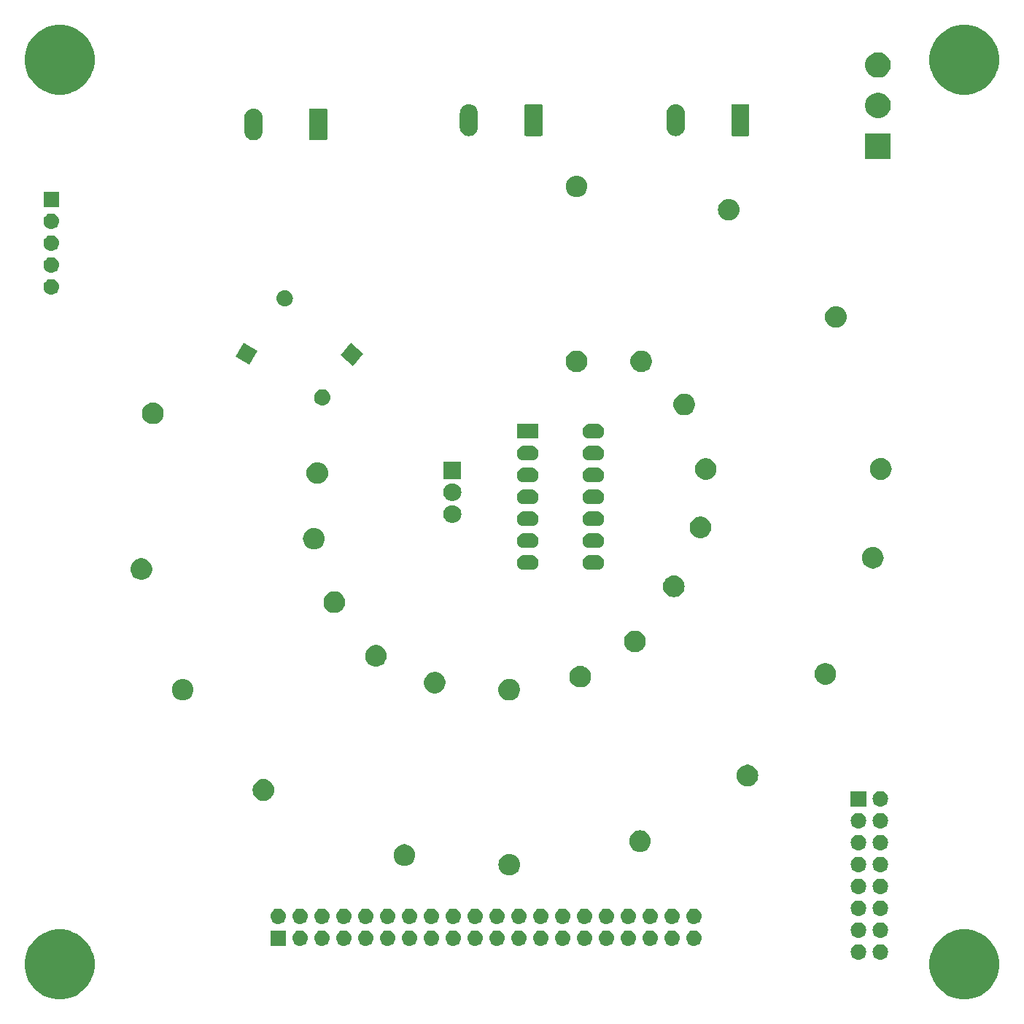
<source format=gbr>
G04 #@! TF.GenerationSoftware,KiCad,Pcbnew,(5.1.4)-1*
G04 #@! TF.CreationDate,2021-03-17T02:00:29-04:00*
G04 #@! TF.ProjectId,RB_switch_pcb,52425f73-7769-4746-9368-5f7063622e6b,rev?*
G04 #@! TF.SameCoordinates,Original*
G04 #@! TF.FileFunction,Soldermask,Bot*
G04 #@! TF.FilePolarity,Negative*
%FSLAX46Y46*%
G04 Gerber Fmt 4.6, Leading zero omitted, Abs format (unit mm)*
G04 Created by KiCad (PCBNEW (5.1.4)-1) date 2021-03-17 02:00:29*
%MOMM*%
%LPD*%
G04 APERTURE LIST*
%ADD10C,0.100000*%
G04 APERTURE END LIST*
D10*
G36*
X171181632Y-151104677D02*
G01*
X171487005Y-151231167D01*
X171918868Y-151410050D01*
X172582362Y-151853383D01*
X173146617Y-152417638D01*
X173589950Y-153081132D01*
X173768833Y-153512995D01*
X173895323Y-153818368D01*
X174051000Y-154601010D01*
X174051000Y-155398990D01*
X173895323Y-156181632D01*
X173768833Y-156487005D01*
X173589950Y-156918868D01*
X173146617Y-157582362D01*
X172582362Y-158146617D01*
X171918868Y-158589950D01*
X171487005Y-158768833D01*
X171181632Y-158895323D01*
X170398990Y-159051000D01*
X169601010Y-159051000D01*
X168818368Y-158895323D01*
X168512995Y-158768833D01*
X168081132Y-158589950D01*
X167417638Y-158146617D01*
X166853383Y-157582362D01*
X166410050Y-156918868D01*
X166231167Y-156487005D01*
X166104677Y-156181632D01*
X165949000Y-155398990D01*
X165949000Y-154601010D01*
X166104677Y-153818368D01*
X166231167Y-153512995D01*
X166410050Y-153081132D01*
X166853383Y-152417638D01*
X167417638Y-151853383D01*
X168081132Y-151410050D01*
X168512995Y-151231167D01*
X168818368Y-151104677D01*
X169601010Y-150949000D01*
X170398990Y-150949000D01*
X171181632Y-151104677D01*
X171181632Y-151104677D01*
G37*
G36*
X66181632Y-151104677D02*
G01*
X66487005Y-151231167D01*
X66918868Y-151410050D01*
X67582362Y-151853383D01*
X68146617Y-152417638D01*
X68589950Y-153081132D01*
X68768833Y-153512995D01*
X68895323Y-153818368D01*
X69051000Y-154601010D01*
X69051000Y-155398990D01*
X68895323Y-156181632D01*
X68768833Y-156487005D01*
X68589950Y-156918868D01*
X68146617Y-157582362D01*
X67582362Y-158146617D01*
X66918868Y-158589950D01*
X66487005Y-158768833D01*
X66181632Y-158895323D01*
X65398990Y-159051000D01*
X64601010Y-159051000D01*
X63818368Y-158895323D01*
X63512995Y-158768833D01*
X63081132Y-158589950D01*
X62417638Y-158146617D01*
X61853383Y-157582362D01*
X61410050Y-156918868D01*
X61231167Y-156487005D01*
X61104677Y-156181632D01*
X60949000Y-155398990D01*
X60949000Y-154601010D01*
X61104677Y-153818368D01*
X61231167Y-153512995D01*
X61410050Y-153081132D01*
X61853383Y-152417638D01*
X62417638Y-151853383D01*
X63081132Y-151410050D01*
X63512995Y-151231167D01*
X63818368Y-151104677D01*
X64601010Y-150949000D01*
X65398990Y-150949000D01*
X66181632Y-151104677D01*
X66181632Y-151104677D01*
G37*
G36*
X160371442Y-152673518D02*
G01*
X160437627Y-152680037D01*
X160607466Y-152731557D01*
X160763991Y-152815222D01*
X160799729Y-152844552D01*
X160901186Y-152927814D01*
X160984448Y-153029271D01*
X161013778Y-153065009D01*
X161097443Y-153221534D01*
X161148963Y-153391373D01*
X161166359Y-153568000D01*
X161148963Y-153744627D01*
X161097443Y-153914466D01*
X161013778Y-154070991D01*
X160984448Y-154106729D01*
X160901186Y-154208186D01*
X160799729Y-154291448D01*
X160763991Y-154320778D01*
X160607466Y-154404443D01*
X160437627Y-154455963D01*
X160371443Y-154462481D01*
X160305260Y-154469000D01*
X160216740Y-154469000D01*
X160150557Y-154462481D01*
X160084373Y-154455963D01*
X159914534Y-154404443D01*
X159758009Y-154320778D01*
X159722271Y-154291448D01*
X159620814Y-154208186D01*
X159537552Y-154106729D01*
X159508222Y-154070991D01*
X159424557Y-153914466D01*
X159373037Y-153744627D01*
X159355641Y-153568000D01*
X159373037Y-153391373D01*
X159424557Y-153221534D01*
X159508222Y-153065009D01*
X159537552Y-153029271D01*
X159620814Y-152927814D01*
X159722271Y-152844552D01*
X159758009Y-152815222D01*
X159914534Y-152731557D01*
X160084373Y-152680037D01*
X160150558Y-152673518D01*
X160216740Y-152667000D01*
X160305260Y-152667000D01*
X160371442Y-152673518D01*
X160371442Y-152673518D01*
G37*
G36*
X157831442Y-152673518D02*
G01*
X157897627Y-152680037D01*
X158067466Y-152731557D01*
X158223991Y-152815222D01*
X158259729Y-152844552D01*
X158361186Y-152927814D01*
X158444448Y-153029271D01*
X158473778Y-153065009D01*
X158557443Y-153221534D01*
X158608963Y-153391373D01*
X158626359Y-153568000D01*
X158608963Y-153744627D01*
X158557443Y-153914466D01*
X158473778Y-154070991D01*
X158444448Y-154106729D01*
X158361186Y-154208186D01*
X158259729Y-154291448D01*
X158223991Y-154320778D01*
X158067466Y-154404443D01*
X157897627Y-154455963D01*
X157831443Y-154462481D01*
X157765260Y-154469000D01*
X157676740Y-154469000D01*
X157610557Y-154462481D01*
X157544373Y-154455963D01*
X157374534Y-154404443D01*
X157218009Y-154320778D01*
X157182271Y-154291448D01*
X157080814Y-154208186D01*
X156997552Y-154106729D01*
X156968222Y-154070991D01*
X156884557Y-153914466D01*
X156833037Y-153744627D01*
X156815641Y-153568000D01*
X156833037Y-153391373D01*
X156884557Y-153221534D01*
X156968222Y-153065009D01*
X156997552Y-153029271D01*
X157080814Y-152927814D01*
X157182271Y-152844552D01*
X157218009Y-152815222D01*
X157374534Y-152731557D01*
X157544373Y-152680037D01*
X157610558Y-152673518D01*
X157676740Y-152667000D01*
X157765260Y-152667000D01*
X157831442Y-152673518D01*
X157831442Y-152673518D01*
G37*
G36*
X118410943Y-151073519D02*
G01*
X118477127Y-151080037D01*
X118646966Y-151131557D01*
X118803491Y-151215222D01*
X118839229Y-151244552D01*
X118940686Y-151327814D01*
X119008174Y-151410050D01*
X119053278Y-151465009D01*
X119136943Y-151621534D01*
X119188463Y-151791373D01*
X119205859Y-151968000D01*
X119188463Y-152144627D01*
X119136943Y-152314466D01*
X119053278Y-152470991D01*
X119023948Y-152506729D01*
X118940686Y-152608186D01*
X118853134Y-152680037D01*
X118803491Y-152720778D01*
X118646966Y-152804443D01*
X118477127Y-152855963D01*
X118410942Y-152862482D01*
X118344760Y-152869000D01*
X118256240Y-152869000D01*
X118190058Y-152862482D01*
X118123873Y-152855963D01*
X117954034Y-152804443D01*
X117797509Y-152720778D01*
X117747866Y-152680037D01*
X117660314Y-152608186D01*
X117577052Y-152506729D01*
X117547722Y-152470991D01*
X117464057Y-152314466D01*
X117412537Y-152144627D01*
X117395141Y-151968000D01*
X117412537Y-151791373D01*
X117464057Y-151621534D01*
X117547722Y-151465009D01*
X117592826Y-151410050D01*
X117660314Y-151327814D01*
X117761771Y-151244552D01*
X117797509Y-151215222D01*
X117954034Y-151131557D01*
X118123873Y-151080037D01*
X118190057Y-151073519D01*
X118256240Y-151067000D01*
X118344760Y-151067000D01*
X118410943Y-151073519D01*
X118410943Y-151073519D01*
G37*
G36*
X128570943Y-151073519D02*
G01*
X128637127Y-151080037D01*
X128806966Y-151131557D01*
X128963491Y-151215222D01*
X128999229Y-151244552D01*
X129100686Y-151327814D01*
X129168174Y-151410050D01*
X129213278Y-151465009D01*
X129296943Y-151621534D01*
X129348463Y-151791373D01*
X129365859Y-151968000D01*
X129348463Y-152144627D01*
X129296943Y-152314466D01*
X129213278Y-152470991D01*
X129183948Y-152506729D01*
X129100686Y-152608186D01*
X129013134Y-152680037D01*
X128963491Y-152720778D01*
X128806966Y-152804443D01*
X128637127Y-152855963D01*
X128570942Y-152862482D01*
X128504760Y-152869000D01*
X128416240Y-152869000D01*
X128350058Y-152862482D01*
X128283873Y-152855963D01*
X128114034Y-152804443D01*
X127957509Y-152720778D01*
X127907866Y-152680037D01*
X127820314Y-152608186D01*
X127737052Y-152506729D01*
X127707722Y-152470991D01*
X127624057Y-152314466D01*
X127572537Y-152144627D01*
X127555141Y-151968000D01*
X127572537Y-151791373D01*
X127624057Y-151621534D01*
X127707722Y-151465009D01*
X127752826Y-151410050D01*
X127820314Y-151327814D01*
X127921771Y-151244552D01*
X127957509Y-151215222D01*
X128114034Y-151131557D01*
X128283873Y-151080037D01*
X128350057Y-151073519D01*
X128416240Y-151067000D01*
X128504760Y-151067000D01*
X128570943Y-151073519D01*
X128570943Y-151073519D01*
G37*
G36*
X126030943Y-151073519D02*
G01*
X126097127Y-151080037D01*
X126266966Y-151131557D01*
X126423491Y-151215222D01*
X126459229Y-151244552D01*
X126560686Y-151327814D01*
X126628174Y-151410050D01*
X126673278Y-151465009D01*
X126756943Y-151621534D01*
X126808463Y-151791373D01*
X126825859Y-151968000D01*
X126808463Y-152144627D01*
X126756943Y-152314466D01*
X126673278Y-152470991D01*
X126643948Y-152506729D01*
X126560686Y-152608186D01*
X126473134Y-152680037D01*
X126423491Y-152720778D01*
X126266966Y-152804443D01*
X126097127Y-152855963D01*
X126030942Y-152862482D01*
X125964760Y-152869000D01*
X125876240Y-152869000D01*
X125810058Y-152862482D01*
X125743873Y-152855963D01*
X125574034Y-152804443D01*
X125417509Y-152720778D01*
X125367866Y-152680037D01*
X125280314Y-152608186D01*
X125197052Y-152506729D01*
X125167722Y-152470991D01*
X125084057Y-152314466D01*
X125032537Y-152144627D01*
X125015141Y-151968000D01*
X125032537Y-151791373D01*
X125084057Y-151621534D01*
X125167722Y-151465009D01*
X125212826Y-151410050D01*
X125280314Y-151327814D01*
X125381771Y-151244552D01*
X125417509Y-151215222D01*
X125574034Y-151131557D01*
X125743873Y-151080037D01*
X125810057Y-151073519D01*
X125876240Y-151067000D01*
X125964760Y-151067000D01*
X126030943Y-151073519D01*
X126030943Y-151073519D01*
G37*
G36*
X123490943Y-151073519D02*
G01*
X123557127Y-151080037D01*
X123726966Y-151131557D01*
X123883491Y-151215222D01*
X123919229Y-151244552D01*
X124020686Y-151327814D01*
X124088174Y-151410050D01*
X124133278Y-151465009D01*
X124216943Y-151621534D01*
X124268463Y-151791373D01*
X124285859Y-151968000D01*
X124268463Y-152144627D01*
X124216943Y-152314466D01*
X124133278Y-152470991D01*
X124103948Y-152506729D01*
X124020686Y-152608186D01*
X123933134Y-152680037D01*
X123883491Y-152720778D01*
X123726966Y-152804443D01*
X123557127Y-152855963D01*
X123490942Y-152862482D01*
X123424760Y-152869000D01*
X123336240Y-152869000D01*
X123270058Y-152862482D01*
X123203873Y-152855963D01*
X123034034Y-152804443D01*
X122877509Y-152720778D01*
X122827866Y-152680037D01*
X122740314Y-152608186D01*
X122657052Y-152506729D01*
X122627722Y-152470991D01*
X122544057Y-152314466D01*
X122492537Y-152144627D01*
X122475141Y-151968000D01*
X122492537Y-151791373D01*
X122544057Y-151621534D01*
X122627722Y-151465009D01*
X122672826Y-151410050D01*
X122740314Y-151327814D01*
X122841771Y-151244552D01*
X122877509Y-151215222D01*
X123034034Y-151131557D01*
X123203873Y-151080037D01*
X123270057Y-151073519D01*
X123336240Y-151067000D01*
X123424760Y-151067000D01*
X123490943Y-151073519D01*
X123490943Y-151073519D01*
G37*
G36*
X120950943Y-151073519D02*
G01*
X121017127Y-151080037D01*
X121186966Y-151131557D01*
X121343491Y-151215222D01*
X121379229Y-151244552D01*
X121480686Y-151327814D01*
X121548174Y-151410050D01*
X121593278Y-151465009D01*
X121676943Y-151621534D01*
X121728463Y-151791373D01*
X121745859Y-151968000D01*
X121728463Y-152144627D01*
X121676943Y-152314466D01*
X121593278Y-152470991D01*
X121563948Y-152506729D01*
X121480686Y-152608186D01*
X121393134Y-152680037D01*
X121343491Y-152720778D01*
X121186966Y-152804443D01*
X121017127Y-152855963D01*
X120950942Y-152862482D01*
X120884760Y-152869000D01*
X120796240Y-152869000D01*
X120730058Y-152862482D01*
X120663873Y-152855963D01*
X120494034Y-152804443D01*
X120337509Y-152720778D01*
X120287866Y-152680037D01*
X120200314Y-152608186D01*
X120117052Y-152506729D01*
X120087722Y-152470991D01*
X120004057Y-152314466D01*
X119952537Y-152144627D01*
X119935141Y-151968000D01*
X119952537Y-151791373D01*
X120004057Y-151621534D01*
X120087722Y-151465009D01*
X120132826Y-151410050D01*
X120200314Y-151327814D01*
X120301771Y-151244552D01*
X120337509Y-151215222D01*
X120494034Y-151131557D01*
X120663873Y-151080037D01*
X120730057Y-151073519D01*
X120796240Y-151067000D01*
X120884760Y-151067000D01*
X120950943Y-151073519D01*
X120950943Y-151073519D01*
G37*
G36*
X115870943Y-151073519D02*
G01*
X115937127Y-151080037D01*
X116106966Y-151131557D01*
X116263491Y-151215222D01*
X116299229Y-151244552D01*
X116400686Y-151327814D01*
X116468174Y-151410050D01*
X116513278Y-151465009D01*
X116596943Y-151621534D01*
X116648463Y-151791373D01*
X116665859Y-151968000D01*
X116648463Y-152144627D01*
X116596943Y-152314466D01*
X116513278Y-152470991D01*
X116483948Y-152506729D01*
X116400686Y-152608186D01*
X116313134Y-152680037D01*
X116263491Y-152720778D01*
X116106966Y-152804443D01*
X115937127Y-152855963D01*
X115870942Y-152862482D01*
X115804760Y-152869000D01*
X115716240Y-152869000D01*
X115650058Y-152862482D01*
X115583873Y-152855963D01*
X115414034Y-152804443D01*
X115257509Y-152720778D01*
X115207866Y-152680037D01*
X115120314Y-152608186D01*
X115037052Y-152506729D01*
X115007722Y-152470991D01*
X114924057Y-152314466D01*
X114872537Y-152144627D01*
X114855141Y-151968000D01*
X114872537Y-151791373D01*
X114924057Y-151621534D01*
X115007722Y-151465009D01*
X115052826Y-151410050D01*
X115120314Y-151327814D01*
X115221771Y-151244552D01*
X115257509Y-151215222D01*
X115414034Y-151131557D01*
X115583873Y-151080037D01*
X115650057Y-151073519D01*
X115716240Y-151067000D01*
X115804760Y-151067000D01*
X115870943Y-151073519D01*
X115870943Y-151073519D01*
G37*
G36*
X113330943Y-151073519D02*
G01*
X113397127Y-151080037D01*
X113566966Y-151131557D01*
X113723491Y-151215222D01*
X113759229Y-151244552D01*
X113860686Y-151327814D01*
X113928174Y-151410050D01*
X113973278Y-151465009D01*
X114056943Y-151621534D01*
X114108463Y-151791373D01*
X114125859Y-151968000D01*
X114108463Y-152144627D01*
X114056943Y-152314466D01*
X113973278Y-152470991D01*
X113943948Y-152506729D01*
X113860686Y-152608186D01*
X113773134Y-152680037D01*
X113723491Y-152720778D01*
X113566966Y-152804443D01*
X113397127Y-152855963D01*
X113330942Y-152862482D01*
X113264760Y-152869000D01*
X113176240Y-152869000D01*
X113110058Y-152862482D01*
X113043873Y-152855963D01*
X112874034Y-152804443D01*
X112717509Y-152720778D01*
X112667866Y-152680037D01*
X112580314Y-152608186D01*
X112497052Y-152506729D01*
X112467722Y-152470991D01*
X112384057Y-152314466D01*
X112332537Y-152144627D01*
X112315141Y-151968000D01*
X112332537Y-151791373D01*
X112384057Y-151621534D01*
X112467722Y-151465009D01*
X112512826Y-151410050D01*
X112580314Y-151327814D01*
X112681771Y-151244552D01*
X112717509Y-151215222D01*
X112874034Y-151131557D01*
X113043873Y-151080037D01*
X113110057Y-151073519D01*
X113176240Y-151067000D01*
X113264760Y-151067000D01*
X113330943Y-151073519D01*
X113330943Y-151073519D01*
G37*
G36*
X110790943Y-151073519D02*
G01*
X110857127Y-151080037D01*
X111026966Y-151131557D01*
X111183491Y-151215222D01*
X111219229Y-151244552D01*
X111320686Y-151327814D01*
X111388174Y-151410050D01*
X111433278Y-151465009D01*
X111516943Y-151621534D01*
X111568463Y-151791373D01*
X111585859Y-151968000D01*
X111568463Y-152144627D01*
X111516943Y-152314466D01*
X111433278Y-152470991D01*
X111403948Y-152506729D01*
X111320686Y-152608186D01*
X111233134Y-152680037D01*
X111183491Y-152720778D01*
X111026966Y-152804443D01*
X110857127Y-152855963D01*
X110790942Y-152862482D01*
X110724760Y-152869000D01*
X110636240Y-152869000D01*
X110570058Y-152862482D01*
X110503873Y-152855963D01*
X110334034Y-152804443D01*
X110177509Y-152720778D01*
X110127866Y-152680037D01*
X110040314Y-152608186D01*
X109957052Y-152506729D01*
X109927722Y-152470991D01*
X109844057Y-152314466D01*
X109792537Y-152144627D01*
X109775141Y-151968000D01*
X109792537Y-151791373D01*
X109844057Y-151621534D01*
X109927722Y-151465009D01*
X109972826Y-151410050D01*
X110040314Y-151327814D01*
X110141771Y-151244552D01*
X110177509Y-151215222D01*
X110334034Y-151131557D01*
X110503873Y-151080037D01*
X110570057Y-151073519D01*
X110636240Y-151067000D01*
X110724760Y-151067000D01*
X110790943Y-151073519D01*
X110790943Y-151073519D01*
G37*
G36*
X108250943Y-151073519D02*
G01*
X108317127Y-151080037D01*
X108486966Y-151131557D01*
X108643491Y-151215222D01*
X108679229Y-151244552D01*
X108780686Y-151327814D01*
X108848174Y-151410050D01*
X108893278Y-151465009D01*
X108976943Y-151621534D01*
X109028463Y-151791373D01*
X109045859Y-151968000D01*
X109028463Y-152144627D01*
X108976943Y-152314466D01*
X108893278Y-152470991D01*
X108863948Y-152506729D01*
X108780686Y-152608186D01*
X108693134Y-152680037D01*
X108643491Y-152720778D01*
X108486966Y-152804443D01*
X108317127Y-152855963D01*
X108250942Y-152862482D01*
X108184760Y-152869000D01*
X108096240Y-152869000D01*
X108030058Y-152862482D01*
X107963873Y-152855963D01*
X107794034Y-152804443D01*
X107637509Y-152720778D01*
X107587866Y-152680037D01*
X107500314Y-152608186D01*
X107417052Y-152506729D01*
X107387722Y-152470991D01*
X107304057Y-152314466D01*
X107252537Y-152144627D01*
X107235141Y-151968000D01*
X107252537Y-151791373D01*
X107304057Y-151621534D01*
X107387722Y-151465009D01*
X107432826Y-151410050D01*
X107500314Y-151327814D01*
X107601771Y-151244552D01*
X107637509Y-151215222D01*
X107794034Y-151131557D01*
X107963873Y-151080037D01*
X108030057Y-151073519D01*
X108096240Y-151067000D01*
X108184760Y-151067000D01*
X108250943Y-151073519D01*
X108250943Y-151073519D01*
G37*
G36*
X131110943Y-151073519D02*
G01*
X131177127Y-151080037D01*
X131346966Y-151131557D01*
X131503491Y-151215222D01*
X131539229Y-151244552D01*
X131640686Y-151327814D01*
X131708174Y-151410050D01*
X131753278Y-151465009D01*
X131836943Y-151621534D01*
X131888463Y-151791373D01*
X131905859Y-151968000D01*
X131888463Y-152144627D01*
X131836943Y-152314466D01*
X131753278Y-152470991D01*
X131723948Y-152506729D01*
X131640686Y-152608186D01*
X131553134Y-152680037D01*
X131503491Y-152720778D01*
X131346966Y-152804443D01*
X131177127Y-152855963D01*
X131110942Y-152862482D01*
X131044760Y-152869000D01*
X130956240Y-152869000D01*
X130890058Y-152862482D01*
X130823873Y-152855963D01*
X130654034Y-152804443D01*
X130497509Y-152720778D01*
X130447866Y-152680037D01*
X130360314Y-152608186D01*
X130277052Y-152506729D01*
X130247722Y-152470991D01*
X130164057Y-152314466D01*
X130112537Y-152144627D01*
X130095141Y-151968000D01*
X130112537Y-151791373D01*
X130164057Y-151621534D01*
X130247722Y-151465009D01*
X130292826Y-151410050D01*
X130360314Y-151327814D01*
X130461771Y-151244552D01*
X130497509Y-151215222D01*
X130654034Y-151131557D01*
X130823873Y-151080037D01*
X130890057Y-151073519D01*
X130956240Y-151067000D01*
X131044760Y-151067000D01*
X131110943Y-151073519D01*
X131110943Y-151073519D01*
G37*
G36*
X100630943Y-151073519D02*
G01*
X100697127Y-151080037D01*
X100866966Y-151131557D01*
X101023491Y-151215222D01*
X101059229Y-151244552D01*
X101160686Y-151327814D01*
X101228174Y-151410050D01*
X101273278Y-151465009D01*
X101356943Y-151621534D01*
X101408463Y-151791373D01*
X101425859Y-151968000D01*
X101408463Y-152144627D01*
X101356943Y-152314466D01*
X101273278Y-152470991D01*
X101243948Y-152506729D01*
X101160686Y-152608186D01*
X101073134Y-152680037D01*
X101023491Y-152720778D01*
X100866966Y-152804443D01*
X100697127Y-152855963D01*
X100630942Y-152862482D01*
X100564760Y-152869000D01*
X100476240Y-152869000D01*
X100410058Y-152862482D01*
X100343873Y-152855963D01*
X100174034Y-152804443D01*
X100017509Y-152720778D01*
X99967866Y-152680037D01*
X99880314Y-152608186D01*
X99797052Y-152506729D01*
X99767722Y-152470991D01*
X99684057Y-152314466D01*
X99632537Y-152144627D01*
X99615141Y-151968000D01*
X99632537Y-151791373D01*
X99684057Y-151621534D01*
X99767722Y-151465009D01*
X99812826Y-151410050D01*
X99880314Y-151327814D01*
X99981771Y-151244552D01*
X100017509Y-151215222D01*
X100174034Y-151131557D01*
X100343873Y-151080037D01*
X100410057Y-151073519D01*
X100476240Y-151067000D01*
X100564760Y-151067000D01*
X100630943Y-151073519D01*
X100630943Y-151073519D01*
G37*
G36*
X98090943Y-151073519D02*
G01*
X98157127Y-151080037D01*
X98326966Y-151131557D01*
X98483491Y-151215222D01*
X98519229Y-151244552D01*
X98620686Y-151327814D01*
X98688174Y-151410050D01*
X98733278Y-151465009D01*
X98816943Y-151621534D01*
X98868463Y-151791373D01*
X98885859Y-151968000D01*
X98868463Y-152144627D01*
X98816943Y-152314466D01*
X98733278Y-152470991D01*
X98703948Y-152506729D01*
X98620686Y-152608186D01*
X98533134Y-152680037D01*
X98483491Y-152720778D01*
X98326966Y-152804443D01*
X98157127Y-152855963D01*
X98090942Y-152862482D01*
X98024760Y-152869000D01*
X97936240Y-152869000D01*
X97870058Y-152862482D01*
X97803873Y-152855963D01*
X97634034Y-152804443D01*
X97477509Y-152720778D01*
X97427866Y-152680037D01*
X97340314Y-152608186D01*
X97257052Y-152506729D01*
X97227722Y-152470991D01*
X97144057Y-152314466D01*
X97092537Y-152144627D01*
X97075141Y-151968000D01*
X97092537Y-151791373D01*
X97144057Y-151621534D01*
X97227722Y-151465009D01*
X97272826Y-151410050D01*
X97340314Y-151327814D01*
X97441771Y-151244552D01*
X97477509Y-151215222D01*
X97634034Y-151131557D01*
X97803873Y-151080037D01*
X97870057Y-151073519D01*
X97936240Y-151067000D01*
X98024760Y-151067000D01*
X98090943Y-151073519D01*
X98090943Y-151073519D01*
G37*
G36*
X95550943Y-151073519D02*
G01*
X95617127Y-151080037D01*
X95786966Y-151131557D01*
X95943491Y-151215222D01*
X95979229Y-151244552D01*
X96080686Y-151327814D01*
X96148174Y-151410050D01*
X96193278Y-151465009D01*
X96276943Y-151621534D01*
X96328463Y-151791373D01*
X96345859Y-151968000D01*
X96328463Y-152144627D01*
X96276943Y-152314466D01*
X96193278Y-152470991D01*
X96163948Y-152506729D01*
X96080686Y-152608186D01*
X95993134Y-152680037D01*
X95943491Y-152720778D01*
X95786966Y-152804443D01*
X95617127Y-152855963D01*
X95550942Y-152862482D01*
X95484760Y-152869000D01*
X95396240Y-152869000D01*
X95330058Y-152862482D01*
X95263873Y-152855963D01*
X95094034Y-152804443D01*
X94937509Y-152720778D01*
X94887866Y-152680037D01*
X94800314Y-152608186D01*
X94717052Y-152506729D01*
X94687722Y-152470991D01*
X94604057Y-152314466D01*
X94552537Y-152144627D01*
X94535141Y-151968000D01*
X94552537Y-151791373D01*
X94604057Y-151621534D01*
X94687722Y-151465009D01*
X94732826Y-151410050D01*
X94800314Y-151327814D01*
X94901771Y-151244552D01*
X94937509Y-151215222D01*
X95094034Y-151131557D01*
X95263873Y-151080037D01*
X95330057Y-151073519D01*
X95396240Y-151067000D01*
X95484760Y-151067000D01*
X95550943Y-151073519D01*
X95550943Y-151073519D01*
G37*
G36*
X93010943Y-151073519D02*
G01*
X93077127Y-151080037D01*
X93246966Y-151131557D01*
X93403491Y-151215222D01*
X93439229Y-151244552D01*
X93540686Y-151327814D01*
X93608174Y-151410050D01*
X93653278Y-151465009D01*
X93736943Y-151621534D01*
X93788463Y-151791373D01*
X93805859Y-151968000D01*
X93788463Y-152144627D01*
X93736943Y-152314466D01*
X93653278Y-152470991D01*
X93623948Y-152506729D01*
X93540686Y-152608186D01*
X93453134Y-152680037D01*
X93403491Y-152720778D01*
X93246966Y-152804443D01*
X93077127Y-152855963D01*
X93010942Y-152862482D01*
X92944760Y-152869000D01*
X92856240Y-152869000D01*
X92790058Y-152862482D01*
X92723873Y-152855963D01*
X92554034Y-152804443D01*
X92397509Y-152720778D01*
X92347866Y-152680037D01*
X92260314Y-152608186D01*
X92177052Y-152506729D01*
X92147722Y-152470991D01*
X92064057Y-152314466D01*
X92012537Y-152144627D01*
X91995141Y-151968000D01*
X92012537Y-151791373D01*
X92064057Y-151621534D01*
X92147722Y-151465009D01*
X92192826Y-151410050D01*
X92260314Y-151327814D01*
X92361771Y-151244552D01*
X92397509Y-151215222D01*
X92554034Y-151131557D01*
X92723873Y-151080037D01*
X92790057Y-151073519D01*
X92856240Y-151067000D01*
X92944760Y-151067000D01*
X93010943Y-151073519D01*
X93010943Y-151073519D01*
G37*
G36*
X105710943Y-151073519D02*
G01*
X105777127Y-151080037D01*
X105946966Y-151131557D01*
X106103491Y-151215222D01*
X106139229Y-151244552D01*
X106240686Y-151327814D01*
X106308174Y-151410050D01*
X106353278Y-151465009D01*
X106436943Y-151621534D01*
X106488463Y-151791373D01*
X106505859Y-151968000D01*
X106488463Y-152144627D01*
X106436943Y-152314466D01*
X106353278Y-152470991D01*
X106323948Y-152506729D01*
X106240686Y-152608186D01*
X106153134Y-152680037D01*
X106103491Y-152720778D01*
X105946966Y-152804443D01*
X105777127Y-152855963D01*
X105710942Y-152862482D01*
X105644760Y-152869000D01*
X105556240Y-152869000D01*
X105490058Y-152862482D01*
X105423873Y-152855963D01*
X105254034Y-152804443D01*
X105097509Y-152720778D01*
X105047866Y-152680037D01*
X104960314Y-152608186D01*
X104877052Y-152506729D01*
X104847722Y-152470991D01*
X104764057Y-152314466D01*
X104712537Y-152144627D01*
X104695141Y-151968000D01*
X104712537Y-151791373D01*
X104764057Y-151621534D01*
X104847722Y-151465009D01*
X104892826Y-151410050D01*
X104960314Y-151327814D01*
X105061771Y-151244552D01*
X105097509Y-151215222D01*
X105254034Y-151131557D01*
X105423873Y-151080037D01*
X105490057Y-151073519D01*
X105556240Y-151067000D01*
X105644760Y-151067000D01*
X105710943Y-151073519D01*
X105710943Y-151073519D01*
G37*
G36*
X91261500Y-152869000D02*
G01*
X89459500Y-152869000D01*
X89459500Y-151067000D01*
X91261500Y-151067000D01*
X91261500Y-152869000D01*
X91261500Y-152869000D01*
G37*
G36*
X133650943Y-151073519D02*
G01*
X133717127Y-151080037D01*
X133886966Y-151131557D01*
X134043491Y-151215222D01*
X134079229Y-151244552D01*
X134180686Y-151327814D01*
X134248174Y-151410050D01*
X134293278Y-151465009D01*
X134376943Y-151621534D01*
X134428463Y-151791373D01*
X134445859Y-151968000D01*
X134428463Y-152144627D01*
X134376943Y-152314466D01*
X134293278Y-152470991D01*
X134263948Y-152506729D01*
X134180686Y-152608186D01*
X134093134Y-152680037D01*
X134043491Y-152720778D01*
X133886966Y-152804443D01*
X133717127Y-152855963D01*
X133650942Y-152862482D01*
X133584760Y-152869000D01*
X133496240Y-152869000D01*
X133430058Y-152862482D01*
X133363873Y-152855963D01*
X133194034Y-152804443D01*
X133037509Y-152720778D01*
X132987866Y-152680037D01*
X132900314Y-152608186D01*
X132817052Y-152506729D01*
X132787722Y-152470991D01*
X132704057Y-152314466D01*
X132652537Y-152144627D01*
X132635141Y-151968000D01*
X132652537Y-151791373D01*
X132704057Y-151621534D01*
X132787722Y-151465009D01*
X132832826Y-151410050D01*
X132900314Y-151327814D01*
X133001771Y-151244552D01*
X133037509Y-151215222D01*
X133194034Y-151131557D01*
X133363873Y-151080037D01*
X133430057Y-151073519D01*
X133496240Y-151067000D01*
X133584760Y-151067000D01*
X133650943Y-151073519D01*
X133650943Y-151073519D01*
G37*
G36*
X136190943Y-151073519D02*
G01*
X136257127Y-151080037D01*
X136426966Y-151131557D01*
X136583491Y-151215222D01*
X136619229Y-151244552D01*
X136720686Y-151327814D01*
X136788174Y-151410050D01*
X136833278Y-151465009D01*
X136916943Y-151621534D01*
X136968463Y-151791373D01*
X136985859Y-151968000D01*
X136968463Y-152144627D01*
X136916943Y-152314466D01*
X136833278Y-152470991D01*
X136803948Y-152506729D01*
X136720686Y-152608186D01*
X136633134Y-152680037D01*
X136583491Y-152720778D01*
X136426966Y-152804443D01*
X136257127Y-152855963D01*
X136190942Y-152862482D01*
X136124760Y-152869000D01*
X136036240Y-152869000D01*
X135970058Y-152862482D01*
X135903873Y-152855963D01*
X135734034Y-152804443D01*
X135577509Y-152720778D01*
X135527866Y-152680037D01*
X135440314Y-152608186D01*
X135357052Y-152506729D01*
X135327722Y-152470991D01*
X135244057Y-152314466D01*
X135192537Y-152144627D01*
X135175141Y-151968000D01*
X135192537Y-151791373D01*
X135244057Y-151621534D01*
X135327722Y-151465009D01*
X135372826Y-151410050D01*
X135440314Y-151327814D01*
X135541771Y-151244552D01*
X135577509Y-151215222D01*
X135734034Y-151131557D01*
X135903873Y-151080037D01*
X135970057Y-151073519D01*
X136036240Y-151067000D01*
X136124760Y-151067000D01*
X136190943Y-151073519D01*
X136190943Y-151073519D01*
G37*
G36*
X138730943Y-151073519D02*
G01*
X138797127Y-151080037D01*
X138966966Y-151131557D01*
X139123491Y-151215222D01*
X139159229Y-151244552D01*
X139260686Y-151327814D01*
X139328174Y-151410050D01*
X139373278Y-151465009D01*
X139456943Y-151621534D01*
X139508463Y-151791373D01*
X139525859Y-151968000D01*
X139508463Y-152144627D01*
X139456943Y-152314466D01*
X139373278Y-152470991D01*
X139343948Y-152506729D01*
X139260686Y-152608186D01*
X139173134Y-152680037D01*
X139123491Y-152720778D01*
X138966966Y-152804443D01*
X138797127Y-152855963D01*
X138730942Y-152862482D01*
X138664760Y-152869000D01*
X138576240Y-152869000D01*
X138510058Y-152862482D01*
X138443873Y-152855963D01*
X138274034Y-152804443D01*
X138117509Y-152720778D01*
X138067866Y-152680037D01*
X137980314Y-152608186D01*
X137897052Y-152506729D01*
X137867722Y-152470991D01*
X137784057Y-152314466D01*
X137732537Y-152144627D01*
X137715141Y-151968000D01*
X137732537Y-151791373D01*
X137784057Y-151621534D01*
X137867722Y-151465009D01*
X137912826Y-151410050D01*
X137980314Y-151327814D01*
X138081771Y-151244552D01*
X138117509Y-151215222D01*
X138274034Y-151131557D01*
X138443873Y-151080037D01*
X138510057Y-151073519D01*
X138576240Y-151067000D01*
X138664760Y-151067000D01*
X138730943Y-151073519D01*
X138730943Y-151073519D01*
G37*
G36*
X103170943Y-151073519D02*
G01*
X103237127Y-151080037D01*
X103406966Y-151131557D01*
X103563491Y-151215222D01*
X103599229Y-151244552D01*
X103700686Y-151327814D01*
X103768174Y-151410050D01*
X103813278Y-151465009D01*
X103896943Y-151621534D01*
X103948463Y-151791373D01*
X103965859Y-151968000D01*
X103948463Y-152144627D01*
X103896943Y-152314466D01*
X103813278Y-152470991D01*
X103783948Y-152506729D01*
X103700686Y-152608186D01*
X103613134Y-152680037D01*
X103563491Y-152720778D01*
X103406966Y-152804443D01*
X103237127Y-152855963D01*
X103170942Y-152862482D01*
X103104760Y-152869000D01*
X103016240Y-152869000D01*
X102950058Y-152862482D01*
X102883873Y-152855963D01*
X102714034Y-152804443D01*
X102557509Y-152720778D01*
X102507866Y-152680037D01*
X102420314Y-152608186D01*
X102337052Y-152506729D01*
X102307722Y-152470991D01*
X102224057Y-152314466D01*
X102172537Y-152144627D01*
X102155141Y-151968000D01*
X102172537Y-151791373D01*
X102224057Y-151621534D01*
X102307722Y-151465009D01*
X102352826Y-151410050D01*
X102420314Y-151327814D01*
X102521771Y-151244552D01*
X102557509Y-151215222D01*
X102714034Y-151131557D01*
X102883873Y-151080037D01*
X102950057Y-151073519D01*
X103016240Y-151067000D01*
X103104760Y-151067000D01*
X103170943Y-151073519D01*
X103170943Y-151073519D01*
G37*
G36*
X157831442Y-150133518D02*
G01*
X157897627Y-150140037D01*
X158067466Y-150191557D01*
X158223991Y-150275222D01*
X158259729Y-150304552D01*
X158361186Y-150387814D01*
X158444448Y-150489271D01*
X158473778Y-150525009D01*
X158557443Y-150681534D01*
X158608963Y-150851373D01*
X158626359Y-151028000D01*
X158608963Y-151204627D01*
X158557443Y-151374466D01*
X158473778Y-151530991D01*
X158444448Y-151566729D01*
X158361186Y-151668186D01*
X158259729Y-151751448D01*
X158223991Y-151780778D01*
X158067466Y-151864443D01*
X157897627Y-151915963D01*
X157831442Y-151922482D01*
X157765260Y-151929000D01*
X157676740Y-151929000D01*
X157610558Y-151922482D01*
X157544373Y-151915963D01*
X157374534Y-151864443D01*
X157218009Y-151780778D01*
X157182271Y-151751448D01*
X157080814Y-151668186D01*
X156997552Y-151566729D01*
X156968222Y-151530991D01*
X156884557Y-151374466D01*
X156833037Y-151204627D01*
X156815641Y-151028000D01*
X156833037Y-150851373D01*
X156884557Y-150681534D01*
X156968222Y-150525009D01*
X156997552Y-150489271D01*
X157080814Y-150387814D01*
X157182271Y-150304552D01*
X157218009Y-150275222D01*
X157374534Y-150191557D01*
X157544373Y-150140037D01*
X157610558Y-150133518D01*
X157676740Y-150127000D01*
X157765260Y-150127000D01*
X157831442Y-150133518D01*
X157831442Y-150133518D01*
G37*
G36*
X160371442Y-150133518D02*
G01*
X160437627Y-150140037D01*
X160607466Y-150191557D01*
X160763991Y-150275222D01*
X160799729Y-150304552D01*
X160901186Y-150387814D01*
X160984448Y-150489271D01*
X161013778Y-150525009D01*
X161097443Y-150681534D01*
X161148963Y-150851373D01*
X161166359Y-151028000D01*
X161148963Y-151204627D01*
X161097443Y-151374466D01*
X161013778Y-151530991D01*
X160984448Y-151566729D01*
X160901186Y-151668186D01*
X160799729Y-151751448D01*
X160763991Y-151780778D01*
X160607466Y-151864443D01*
X160437627Y-151915963D01*
X160371442Y-151922482D01*
X160305260Y-151929000D01*
X160216740Y-151929000D01*
X160150558Y-151922482D01*
X160084373Y-151915963D01*
X159914534Y-151864443D01*
X159758009Y-151780778D01*
X159722271Y-151751448D01*
X159620814Y-151668186D01*
X159537552Y-151566729D01*
X159508222Y-151530991D01*
X159424557Y-151374466D01*
X159373037Y-151204627D01*
X159355641Y-151028000D01*
X159373037Y-150851373D01*
X159424557Y-150681534D01*
X159508222Y-150525009D01*
X159537552Y-150489271D01*
X159620814Y-150387814D01*
X159722271Y-150304552D01*
X159758009Y-150275222D01*
X159914534Y-150191557D01*
X160084373Y-150140037D01*
X160150558Y-150133518D01*
X160216740Y-150127000D01*
X160305260Y-150127000D01*
X160371442Y-150133518D01*
X160371442Y-150133518D01*
G37*
G36*
X118410943Y-148533519D02*
G01*
X118477127Y-148540037D01*
X118646966Y-148591557D01*
X118803491Y-148675222D01*
X118839229Y-148704552D01*
X118940686Y-148787814D01*
X119023948Y-148889271D01*
X119053278Y-148925009D01*
X119136943Y-149081534D01*
X119188463Y-149251373D01*
X119205859Y-149428000D01*
X119188463Y-149604627D01*
X119136943Y-149774466D01*
X119053278Y-149930991D01*
X119023948Y-149966729D01*
X118940686Y-150068186D01*
X118853134Y-150140037D01*
X118803491Y-150180778D01*
X118646966Y-150264443D01*
X118477127Y-150315963D01*
X118410943Y-150322481D01*
X118344760Y-150329000D01*
X118256240Y-150329000D01*
X118190057Y-150322481D01*
X118123873Y-150315963D01*
X117954034Y-150264443D01*
X117797509Y-150180778D01*
X117747866Y-150140037D01*
X117660314Y-150068186D01*
X117577052Y-149966729D01*
X117547722Y-149930991D01*
X117464057Y-149774466D01*
X117412537Y-149604627D01*
X117395141Y-149428000D01*
X117412537Y-149251373D01*
X117464057Y-149081534D01*
X117547722Y-148925009D01*
X117577052Y-148889271D01*
X117660314Y-148787814D01*
X117761771Y-148704552D01*
X117797509Y-148675222D01*
X117954034Y-148591557D01*
X118123873Y-148540037D01*
X118190057Y-148533519D01*
X118256240Y-148527000D01*
X118344760Y-148527000D01*
X118410943Y-148533519D01*
X118410943Y-148533519D01*
G37*
G36*
X123490943Y-148533519D02*
G01*
X123557127Y-148540037D01*
X123726966Y-148591557D01*
X123883491Y-148675222D01*
X123919229Y-148704552D01*
X124020686Y-148787814D01*
X124103948Y-148889271D01*
X124133278Y-148925009D01*
X124216943Y-149081534D01*
X124268463Y-149251373D01*
X124285859Y-149428000D01*
X124268463Y-149604627D01*
X124216943Y-149774466D01*
X124133278Y-149930991D01*
X124103948Y-149966729D01*
X124020686Y-150068186D01*
X123933134Y-150140037D01*
X123883491Y-150180778D01*
X123726966Y-150264443D01*
X123557127Y-150315963D01*
X123490943Y-150322481D01*
X123424760Y-150329000D01*
X123336240Y-150329000D01*
X123270057Y-150322481D01*
X123203873Y-150315963D01*
X123034034Y-150264443D01*
X122877509Y-150180778D01*
X122827866Y-150140037D01*
X122740314Y-150068186D01*
X122657052Y-149966729D01*
X122627722Y-149930991D01*
X122544057Y-149774466D01*
X122492537Y-149604627D01*
X122475141Y-149428000D01*
X122492537Y-149251373D01*
X122544057Y-149081534D01*
X122627722Y-148925009D01*
X122657052Y-148889271D01*
X122740314Y-148787814D01*
X122841771Y-148704552D01*
X122877509Y-148675222D01*
X123034034Y-148591557D01*
X123203873Y-148540037D01*
X123270057Y-148533519D01*
X123336240Y-148527000D01*
X123424760Y-148527000D01*
X123490943Y-148533519D01*
X123490943Y-148533519D01*
G37*
G36*
X126030943Y-148533519D02*
G01*
X126097127Y-148540037D01*
X126266966Y-148591557D01*
X126423491Y-148675222D01*
X126459229Y-148704552D01*
X126560686Y-148787814D01*
X126643948Y-148889271D01*
X126673278Y-148925009D01*
X126756943Y-149081534D01*
X126808463Y-149251373D01*
X126825859Y-149428000D01*
X126808463Y-149604627D01*
X126756943Y-149774466D01*
X126673278Y-149930991D01*
X126643948Y-149966729D01*
X126560686Y-150068186D01*
X126473134Y-150140037D01*
X126423491Y-150180778D01*
X126266966Y-150264443D01*
X126097127Y-150315963D01*
X126030943Y-150322481D01*
X125964760Y-150329000D01*
X125876240Y-150329000D01*
X125810057Y-150322481D01*
X125743873Y-150315963D01*
X125574034Y-150264443D01*
X125417509Y-150180778D01*
X125367866Y-150140037D01*
X125280314Y-150068186D01*
X125197052Y-149966729D01*
X125167722Y-149930991D01*
X125084057Y-149774466D01*
X125032537Y-149604627D01*
X125015141Y-149428000D01*
X125032537Y-149251373D01*
X125084057Y-149081534D01*
X125167722Y-148925009D01*
X125197052Y-148889271D01*
X125280314Y-148787814D01*
X125381771Y-148704552D01*
X125417509Y-148675222D01*
X125574034Y-148591557D01*
X125743873Y-148540037D01*
X125810057Y-148533519D01*
X125876240Y-148527000D01*
X125964760Y-148527000D01*
X126030943Y-148533519D01*
X126030943Y-148533519D01*
G37*
G36*
X128570943Y-148533519D02*
G01*
X128637127Y-148540037D01*
X128806966Y-148591557D01*
X128963491Y-148675222D01*
X128999229Y-148704552D01*
X129100686Y-148787814D01*
X129183948Y-148889271D01*
X129213278Y-148925009D01*
X129296943Y-149081534D01*
X129348463Y-149251373D01*
X129365859Y-149428000D01*
X129348463Y-149604627D01*
X129296943Y-149774466D01*
X129213278Y-149930991D01*
X129183948Y-149966729D01*
X129100686Y-150068186D01*
X129013134Y-150140037D01*
X128963491Y-150180778D01*
X128806966Y-150264443D01*
X128637127Y-150315963D01*
X128570943Y-150322481D01*
X128504760Y-150329000D01*
X128416240Y-150329000D01*
X128350057Y-150322481D01*
X128283873Y-150315963D01*
X128114034Y-150264443D01*
X127957509Y-150180778D01*
X127907866Y-150140037D01*
X127820314Y-150068186D01*
X127737052Y-149966729D01*
X127707722Y-149930991D01*
X127624057Y-149774466D01*
X127572537Y-149604627D01*
X127555141Y-149428000D01*
X127572537Y-149251373D01*
X127624057Y-149081534D01*
X127707722Y-148925009D01*
X127737052Y-148889271D01*
X127820314Y-148787814D01*
X127921771Y-148704552D01*
X127957509Y-148675222D01*
X128114034Y-148591557D01*
X128283873Y-148540037D01*
X128350057Y-148533519D01*
X128416240Y-148527000D01*
X128504760Y-148527000D01*
X128570943Y-148533519D01*
X128570943Y-148533519D01*
G37*
G36*
X133650943Y-148533519D02*
G01*
X133717127Y-148540037D01*
X133886966Y-148591557D01*
X134043491Y-148675222D01*
X134079229Y-148704552D01*
X134180686Y-148787814D01*
X134263948Y-148889271D01*
X134293278Y-148925009D01*
X134376943Y-149081534D01*
X134428463Y-149251373D01*
X134445859Y-149428000D01*
X134428463Y-149604627D01*
X134376943Y-149774466D01*
X134293278Y-149930991D01*
X134263948Y-149966729D01*
X134180686Y-150068186D01*
X134093134Y-150140037D01*
X134043491Y-150180778D01*
X133886966Y-150264443D01*
X133717127Y-150315963D01*
X133650943Y-150322481D01*
X133584760Y-150329000D01*
X133496240Y-150329000D01*
X133430057Y-150322481D01*
X133363873Y-150315963D01*
X133194034Y-150264443D01*
X133037509Y-150180778D01*
X132987866Y-150140037D01*
X132900314Y-150068186D01*
X132817052Y-149966729D01*
X132787722Y-149930991D01*
X132704057Y-149774466D01*
X132652537Y-149604627D01*
X132635141Y-149428000D01*
X132652537Y-149251373D01*
X132704057Y-149081534D01*
X132787722Y-148925009D01*
X132817052Y-148889271D01*
X132900314Y-148787814D01*
X133001771Y-148704552D01*
X133037509Y-148675222D01*
X133194034Y-148591557D01*
X133363873Y-148540037D01*
X133430057Y-148533519D01*
X133496240Y-148527000D01*
X133584760Y-148527000D01*
X133650943Y-148533519D01*
X133650943Y-148533519D01*
G37*
G36*
X136190943Y-148533519D02*
G01*
X136257127Y-148540037D01*
X136426966Y-148591557D01*
X136583491Y-148675222D01*
X136619229Y-148704552D01*
X136720686Y-148787814D01*
X136803948Y-148889271D01*
X136833278Y-148925009D01*
X136916943Y-149081534D01*
X136968463Y-149251373D01*
X136985859Y-149428000D01*
X136968463Y-149604627D01*
X136916943Y-149774466D01*
X136833278Y-149930991D01*
X136803948Y-149966729D01*
X136720686Y-150068186D01*
X136633134Y-150140037D01*
X136583491Y-150180778D01*
X136426966Y-150264443D01*
X136257127Y-150315963D01*
X136190943Y-150322481D01*
X136124760Y-150329000D01*
X136036240Y-150329000D01*
X135970057Y-150322481D01*
X135903873Y-150315963D01*
X135734034Y-150264443D01*
X135577509Y-150180778D01*
X135527866Y-150140037D01*
X135440314Y-150068186D01*
X135357052Y-149966729D01*
X135327722Y-149930991D01*
X135244057Y-149774466D01*
X135192537Y-149604627D01*
X135175141Y-149428000D01*
X135192537Y-149251373D01*
X135244057Y-149081534D01*
X135327722Y-148925009D01*
X135357052Y-148889271D01*
X135440314Y-148787814D01*
X135541771Y-148704552D01*
X135577509Y-148675222D01*
X135734034Y-148591557D01*
X135903873Y-148540037D01*
X135970057Y-148533519D01*
X136036240Y-148527000D01*
X136124760Y-148527000D01*
X136190943Y-148533519D01*
X136190943Y-148533519D01*
G37*
G36*
X120950943Y-148533519D02*
G01*
X121017127Y-148540037D01*
X121186966Y-148591557D01*
X121343491Y-148675222D01*
X121379229Y-148704552D01*
X121480686Y-148787814D01*
X121563948Y-148889271D01*
X121593278Y-148925009D01*
X121676943Y-149081534D01*
X121728463Y-149251373D01*
X121745859Y-149428000D01*
X121728463Y-149604627D01*
X121676943Y-149774466D01*
X121593278Y-149930991D01*
X121563948Y-149966729D01*
X121480686Y-150068186D01*
X121393134Y-150140037D01*
X121343491Y-150180778D01*
X121186966Y-150264443D01*
X121017127Y-150315963D01*
X120950943Y-150322481D01*
X120884760Y-150329000D01*
X120796240Y-150329000D01*
X120730057Y-150322481D01*
X120663873Y-150315963D01*
X120494034Y-150264443D01*
X120337509Y-150180778D01*
X120287866Y-150140037D01*
X120200314Y-150068186D01*
X120117052Y-149966729D01*
X120087722Y-149930991D01*
X120004057Y-149774466D01*
X119952537Y-149604627D01*
X119935141Y-149428000D01*
X119952537Y-149251373D01*
X120004057Y-149081534D01*
X120087722Y-148925009D01*
X120117052Y-148889271D01*
X120200314Y-148787814D01*
X120301771Y-148704552D01*
X120337509Y-148675222D01*
X120494034Y-148591557D01*
X120663873Y-148540037D01*
X120730057Y-148533519D01*
X120796240Y-148527000D01*
X120884760Y-148527000D01*
X120950943Y-148533519D01*
X120950943Y-148533519D01*
G37*
G36*
X138730943Y-148533519D02*
G01*
X138797127Y-148540037D01*
X138966966Y-148591557D01*
X139123491Y-148675222D01*
X139159229Y-148704552D01*
X139260686Y-148787814D01*
X139343948Y-148889271D01*
X139373278Y-148925009D01*
X139456943Y-149081534D01*
X139508463Y-149251373D01*
X139525859Y-149428000D01*
X139508463Y-149604627D01*
X139456943Y-149774466D01*
X139373278Y-149930991D01*
X139343948Y-149966729D01*
X139260686Y-150068186D01*
X139173134Y-150140037D01*
X139123491Y-150180778D01*
X138966966Y-150264443D01*
X138797127Y-150315963D01*
X138730943Y-150322481D01*
X138664760Y-150329000D01*
X138576240Y-150329000D01*
X138510057Y-150322481D01*
X138443873Y-150315963D01*
X138274034Y-150264443D01*
X138117509Y-150180778D01*
X138067866Y-150140037D01*
X137980314Y-150068186D01*
X137897052Y-149966729D01*
X137867722Y-149930991D01*
X137784057Y-149774466D01*
X137732537Y-149604627D01*
X137715141Y-149428000D01*
X137732537Y-149251373D01*
X137784057Y-149081534D01*
X137867722Y-148925009D01*
X137897052Y-148889271D01*
X137980314Y-148787814D01*
X138081771Y-148704552D01*
X138117509Y-148675222D01*
X138274034Y-148591557D01*
X138443873Y-148540037D01*
X138510057Y-148533519D01*
X138576240Y-148527000D01*
X138664760Y-148527000D01*
X138730943Y-148533519D01*
X138730943Y-148533519D01*
G37*
G36*
X131110943Y-148533519D02*
G01*
X131177127Y-148540037D01*
X131346966Y-148591557D01*
X131503491Y-148675222D01*
X131539229Y-148704552D01*
X131640686Y-148787814D01*
X131723948Y-148889271D01*
X131753278Y-148925009D01*
X131836943Y-149081534D01*
X131888463Y-149251373D01*
X131905859Y-149428000D01*
X131888463Y-149604627D01*
X131836943Y-149774466D01*
X131753278Y-149930991D01*
X131723948Y-149966729D01*
X131640686Y-150068186D01*
X131553134Y-150140037D01*
X131503491Y-150180778D01*
X131346966Y-150264443D01*
X131177127Y-150315963D01*
X131110943Y-150322481D01*
X131044760Y-150329000D01*
X130956240Y-150329000D01*
X130890057Y-150322481D01*
X130823873Y-150315963D01*
X130654034Y-150264443D01*
X130497509Y-150180778D01*
X130447866Y-150140037D01*
X130360314Y-150068186D01*
X130277052Y-149966729D01*
X130247722Y-149930991D01*
X130164057Y-149774466D01*
X130112537Y-149604627D01*
X130095141Y-149428000D01*
X130112537Y-149251373D01*
X130164057Y-149081534D01*
X130247722Y-148925009D01*
X130277052Y-148889271D01*
X130360314Y-148787814D01*
X130461771Y-148704552D01*
X130497509Y-148675222D01*
X130654034Y-148591557D01*
X130823873Y-148540037D01*
X130890057Y-148533519D01*
X130956240Y-148527000D01*
X131044760Y-148527000D01*
X131110943Y-148533519D01*
X131110943Y-148533519D01*
G37*
G36*
X90470943Y-148533519D02*
G01*
X90537127Y-148540037D01*
X90706966Y-148591557D01*
X90863491Y-148675222D01*
X90899229Y-148704552D01*
X91000686Y-148787814D01*
X91083948Y-148889271D01*
X91113278Y-148925009D01*
X91196943Y-149081534D01*
X91248463Y-149251373D01*
X91265859Y-149428000D01*
X91248463Y-149604627D01*
X91196943Y-149774466D01*
X91113278Y-149930991D01*
X91083948Y-149966729D01*
X91000686Y-150068186D01*
X90913134Y-150140037D01*
X90863491Y-150180778D01*
X90706966Y-150264443D01*
X90537127Y-150315963D01*
X90470943Y-150322481D01*
X90404760Y-150329000D01*
X90316240Y-150329000D01*
X90250057Y-150322481D01*
X90183873Y-150315963D01*
X90014034Y-150264443D01*
X89857509Y-150180778D01*
X89807866Y-150140037D01*
X89720314Y-150068186D01*
X89637052Y-149966729D01*
X89607722Y-149930991D01*
X89524057Y-149774466D01*
X89472537Y-149604627D01*
X89455141Y-149428000D01*
X89472537Y-149251373D01*
X89524057Y-149081534D01*
X89607722Y-148925009D01*
X89637052Y-148889271D01*
X89720314Y-148787814D01*
X89821771Y-148704552D01*
X89857509Y-148675222D01*
X90014034Y-148591557D01*
X90183873Y-148540037D01*
X90250057Y-148533519D01*
X90316240Y-148527000D01*
X90404760Y-148527000D01*
X90470943Y-148533519D01*
X90470943Y-148533519D01*
G37*
G36*
X95550943Y-148533519D02*
G01*
X95617127Y-148540037D01*
X95786966Y-148591557D01*
X95943491Y-148675222D01*
X95979229Y-148704552D01*
X96080686Y-148787814D01*
X96163948Y-148889271D01*
X96193278Y-148925009D01*
X96276943Y-149081534D01*
X96328463Y-149251373D01*
X96345859Y-149428000D01*
X96328463Y-149604627D01*
X96276943Y-149774466D01*
X96193278Y-149930991D01*
X96163948Y-149966729D01*
X96080686Y-150068186D01*
X95993134Y-150140037D01*
X95943491Y-150180778D01*
X95786966Y-150264443D01*
X95617127Y-150315963D01*
X95550943Y-150322481D01*
X95484760Y-150329000D01*
X95396240Y-150329000D01*
X95330057Y-150322481D01*
X95263873Y-150315963D01*
X95094034Y-150264443D01*
X94937509Y-150180778D01*
X94887866Y-150140037D01*
X94800314Y-150068186D01*
X94717052Y-149966729D01*
X94687722Y-149930991D01*
X94604057Y-149774466D01*
X94552537Y-149604627D01*
X94535141Y-149428000D01*
X94552537Y-149251373D01*
X94604057Y-149081534D01*
X94687722Y-148925009D01*
X94717052Y-148889271D01*
X94800314Y-148787814D01*
X94901771Y-148704552D01*
X94937509Y-148675222D01*
X95094034Y-148591557D01*
X95263873Y-148540037D01*
X95330057Y-148533519D01*
X95396240Y-148527000D01*
X95484760Y-148527000D01*
X95550943Y-148533519D01*
X95550943Y-148533519D01*
G37*
G36*
X98090943Y-148533519D02*
G01*
X98157127Y-148540037D01*
X98326966Y-148591557D01*
X98483491Y-148675222D01*
X98519229Y-148704552D01*
X98620686Y-148787814D01*
X98703948Y-148889271D01*
X98733278Y-148925009D01*
X98816943Y-149081534D01*
X98868463Y-149251373D01*
X98885859Y-149428000D01*
X98868463Y-149604627D01*
X98816943Y-149774466D01*
X98733278Y-149930991D01*
X98703948Y-149966729D01*
X98620686Y-150068186D01*
X98533134Y-150140037D01*
X98483491Y-150180778D01*
X98326966Y-150264443D01*
X98157127Y-150315963D01*
X98090943Y-150322481D01*
X98024760Y-150329000D01*
X97936240Y-150329000D01*
X97870057Y-150322481D01*
X97803873Y-150315963D01*
X97634034Y-150264443D01*
X97477509Y-150180778D01*
X97427866Y-150140037D01*
X97340314Y-150068186D01*
X97257052Y-149966729D01*
X97227722Y-149930991D01*
X97144057Y-149774466D01*
X97092537Y-149604627D01*
X97075141Y-149428000D01*
X97092537Y-149251373D01*
X97144057Y-149081534D01*
X97227722Y-148925009D01*
X97257052Y-148889271D01*
X97340314Y-148787814D01*
X97441771Y-148704552D01*
X97477509Y-148675222D01*
X97634034Y-148591557D01*
X97803873Y-148540037D01*
X97870057Y-148533519D01*
X97936240Y-148527000D01*
X98024760Y-148527000D01*
X98090943Y-148533519D01*
X98090943Y-148533519D01*
G37*
G36*
X100630943Y-148533519D02*
G01*
X100697127Y-148540037D01*
X100866966Y-148591557D01*
X101023491Y-148675222D01*
X101059229Y-148704552D01*
X101160686Y-148787814D01*
X101243948Y-148889271D01*
X101273278Y-148925009D01*
X101356943Y-149081534D01*
X101408463Y-149251373D01*
X101425859Y-149428000D01*
X101408463Y-149604627D01*
X101356943Y-149774466D01*
X101273278Y-149930991D01*
X101243948Y-149966729D01*
X101160686Y-150068186D01*
X101073134Y-150140037D01*
X101023491Y-150180778D01*
X100866966Y-150264443D01*
X100697127Y-150315963D01*
X100630943Y-150322481D01*
X100564760Y-150329000D01*
X100476240Y-150329000D01*
X100410057Y-150322481D01*
X100343873Y-150315963D01*
X100174034Y-150264443D01*
X100017509Y-150180778D01*
X99967866Y-150140037D01*
X99880314Y-150068186D01*
X99797052Y-149966729D01*
X99767722Y-149930991D01*
X99684057Y-149774466D01*
X99632537Y-149604627D01*
X99615141Y-149428000D01*
X99632537Y-149251373D01*
X99684057Y-149081534D01*
X99767722Y-148925009D01*
X99797052Y-148889271D01*
X99880314Y-148787814D01*
X99981771Y-148704552D01*
X100017509Y-148675222D01*
X100174034Y-148591557D01*
X100343873Y-148540037D01*
X100410057Y-148533519D01*
X100476240Y-148527000D01*
X100564760Y-148527000D01*
X100630943Y-148533519D01*
X100630943Y-148533519D01*
G37*
G36*
X105710943Y-148533519D02*
G01*
X105777127Y-148540037D01*
X105946966Y-148591557D01*
X106103491Y-148675222D01*
X106139229Y-148704552D01*
X106240686Y-148787814D01*
X106323948Y-148889271D01*
X106353278Y-148925009D01*
X106436943Y-149081534D01*
X106488463Y-149251373D01*
X106505859Y-149428000D01*
X106488463Y-149604627D01*
X106436943Y-149774466D01*
X106353278Y-149930991D01*
X106323948Y-149966729D01*
X106240686Y-150068186D01*
X106153134Y-150140037D01*
X106103491Y-150180778D01*
X105946966Y-150264443D01*
X105777127Y-150315963D01*
X105710943Y-150322481D01*
X105644760Y-150329000D01*
X105556240Y-150329000D01*
X105490057Y-150322481D01*
X105423873Y-150315963D01*
X105254034Y-150264443D01*
X105097509Y-150180778D01*
X105047866Y-150140037D01*
X104960314Y-150068186D01*
X104877052Y-149966729D01*
X104847722Y-149930991D01*
X104764057Y-149774466D01*
X104712537Y-149604627D01*
X104695141Y-149428000D01*
X104712537Y-149251373D01*
X104764057Y-149081534D01*
X104847722Y-148925009D01*
X104877052Y-148889271D01*
X104960314Y-148787814D01*
X105061771Y-148704552D01*
X105097509Y-148675222D01*
X105254034Y-148591557D01*
X105423873Y-148540037D01*
X105490057Y-148533519D01*
X105556240Y-148527000D01*
X105644760Y-148527000D01*
X105710943Y-148533519D01*
X105710943Y-148533519D01*
G37*
G36*
X108250943Y-148533519D02*
G01*
X108317127Y-148540037D01*
X108486966Y-148591557D01*
X108643491Y-148675222D01*
X108679229Y-148704552D01*
X108780686Y-148787814D01*
X108863948Y-148889271D01*
X108893278Y-148925009D01*
X108976943Y-149081534D01*
X109028463Y-149251373D01*
X109045859Y-149428000D01*
X109028463Y-149604627D01*
X108976943Y-149774466D01*
X108893278Y-149930991D01*
X108863948Y-149966729D01*
X108780686Y-150068186D01*
X108693134Y-150140037D01*
X108643491Y-150180778D01*
X108486966Y-150264443D01*
X108317127Y-150315963D01*
X108250943Y-150322481D01*
X108184760Y-150329000D01*
X108096240Y-150329000D01*
X108030057Y-150322481D01*
X107963873Y-150315963D01*
X107794034Y-150264443D01*
X107637509Y-150180778D01*
X107587866Y-150140037D01*
X107500314Y-150068186D01*
X107417052Y-149966729D01*
X107387722Y-149930991D01*
X107304057Y-149774466D01*
X107252537Y-149604627D01*
X107235141Y-149428000D01*
X107252537Y-149251373D01*
X107304057Y-149081534D01*
X107387722Y-148925009D01*
X107417052Y-148889271D01*
X107500314Y-148787814D01*
X107601771Y-148704552D01*
X107637509Y-148675222D01*
X107794034Y-148591557D01*
X107963873Y-148540037D01*
X108030057Y-148533519D01*
X108096240Y-148527000D01*
X108184760Y-148527000D01*
X108250943Y-148533519D01*
X108250943Y-148533519D01*
G37*
G36*
X110790943Y-148533519D02*
G01*
X110857127Y-148540037D01*
X111026966Y-148591557D01*
X111183491Y-148675222D01*
X111219229Y-148704552D01*
X111320686Y-148787814D01*
X111403948Y-148889271D01*
X111433278Y-148925009D01*
X111516943Y-149081534D01*
X111568463Y-149251373D01*
X111585859Y-149428000D01*
X111568463Y-149604627D01*
X111516943Y-149774466D01*
X111433278Y-149930991D01*
X111403948Y-149966729D01*
X111320686Y-150068186D01*
X111233134Y-150140037D01*
X111183491Y-150180778D01*
X111026966Y-150264443D01*
X110857127Y-150315963D01*
X110790943Y-150322481D01*
X110724760Y-150329000D01*
X110636240Y-150329000D01*
X110570057Y-150322481D01*
X110503873Y-150315963D01*
X110334034Y-150264443D01*
X110177509Y-150180778D01*
X110127866Y-150140037D01*
X110040314Y-150068186D01*
X109957052Y-149966729D01*
X109927722Y-149930991D01*
X109844057Y-149774466D01*
X109792537Y-149604627D01*
X109775141Y-149428000D01*
X109792537Y-149251373D01*
X109844057Y-149081534D01*
X109927722Y-148925009D01*
X109957052Y-148889271D01*
X110040314Y-148787814D01*
X110141771Y-148704552D01*
X110177509Y-148675222D01*
X110334034Y-148591557D01*
X110503873Y-148540037D01*
X110570057Y-148533519D01*
X110636240Y-148527000D01*
X110724760Y-148527000D01*
X110790943Y-148533519D01*
X110790943Y-148533519D01*
G37*
G36*
X115870943Y-148533519D02*
G01*
X115937127Y-148540037D01*
X116106966Y-148591557D01*
X116263491Y-148675222D01*
X116299229Y-148704552D01*
X116400686Y-148787814D01*
X116483948Y-148889271D01*
X116513278Y-148925009D01*
X116596943Y-149081534D01*
X116648463Y-149251373D01*
X116665859Y-149428000D01*
X116648463Y-149604627D01*
X116596943Y-149774466D01*
X116513278Y-149930991D01*
X116483948Y-149966729D01*
X116400686Y-150068186D01*
X116313134Y-150140037D01*
X116263491Y-150180778D01*
X116106966Y-150264443D01*
X115937127Y-150315963D01*
X115870943Y-150322481D01*
X115804760Y-150329000D01*
X115716240Y-150329000D01*
X115650057Y-150322481D01*
X115583873Y-150315963D01*
X115414034Y-150264443D01*
X115257509Y-150180778D01*
X115207866Y-150140037D01*
X115120314Y-150068186D01*
X115037052Y-149966729D01*
X115007722Y-149930991D01*
X114924057Y-149774466D01*
X114872537Y-149604627D01*
X114855141Y-149428000D01*
X114872537Y-149251373D01*
X114924057Y-149081534D01*
X115007722Y-148925009D01*
X115037052Y-148889271D01*
X115120314Y-148787814D01*
X115221771Y-148704552D01*
X115257509Y-148675222D01*
X115414034Y-148591557D01*
X115583873Y-148540037D01*
X115650057Y-148533519D01*
X115716240Y-148527000D01*
X115804760Y-148527000D01*
X115870943Y-148533519D01*
X115870943Y-148533519D01*
G37*
G36*
X113330943Y-148533519D02*
G01*
X113397127Y-148540037D01*
X113566966Y-148591557D01*
X113723491Y-148675222D01*
X113759229Y-148704552D01*
X113860686Y-148787814D01*
X113943948Y-148889271D01*
X113973278Y-148925009D01*
X114056943Y-149081534D01*
X114108463Y-149251373D01*
X114125859Y-149428000D01*
X114108463Y-149604627D01*
X114056943Y-149774466D01*
X113973278Y-149930991D01*
X113943948Y-149966729D01*
X113860686Y-150068186D01*
X113773134Y-150140037D01*
X113723491Y-150180778D01*
X113566966Y-150264443D01*
X113397127Y-150315963D01*
X113330943Y-150322481D01*
X113264760Y-150329000D01*
X113176240Y-150329000D01*
X113110057Y-150322481D01*
X113043873Y-150315963D01*
X112874034Y-150264443D01*
X112717509Y-150180778D01*
X112667866Y-150140037D01*
X112580314Y-150068186D01*
X112497052Y-149966729D01*
X112467722Y-149930991D01*
X112384057Y-149774466D01*
X112332537Y-149604627D01*
X112315141Y-149428000D01*
X112332537Y-149251373D01*
X112384057Y-149081534D01*
X112467722Y-148925009D01*
X112497052Y-148889271D01*
X112580314Y-148787814D01*
X112681771Y-148704552D01*
X112717509Y-148675222D01*
X112874034Y-148591557D01*
X113043873Y-148540037D01*
X113110057Y-148533519D01*
X113176240Y-148527000D01*
X113264760Y-148527000D01*
X113330943Y-148533519D01*
X113330943Y-148533519D01*
G37*
G36*
X103170943Y-148533519D02*
G01*
X103237127Y-148540037D01*
X103406966Y-148591557D01*
X103563491Y-148675222D01*
X103599229Y-148704552D01*
X103700686Y-148787814D01*
X103783948Y-148889271D01*
X103813278Y-148925009D01*
X103896943Y-149081534D01*
X103948463Y-149251373D01*
X103965859Y-149428000D01*
X103948463Y-149604627D01*
X103896943Y-149774466D01*
X103813278Y-149930991D01*
X103783948Y-149966729D01*
X103700686Y-150068186D01*
X103613134Y-150140037D01*
X103563491Y-150180778D01*
X103406966Y-150264443D01*
X103237127Y-150315963D01*
X103170943Y-150322481D01*
X103104760Y-150329000D01*
X103016240Y-150329000D01*
X102950057Y-150322481D01*
X102883873Y-150315963D01*
X102714034Y-150264443D01*
X102557509Y-150180778D01*
X102507866Y-150140037D01*
X102420314Y-150068186D01*
X102337052Y-149966729D01*
X102307722Y-149930991D01*
X102224057Y-149774466D01*
X102172537Y-149604627D01*
X102155141Y-149428000D01*
X102172537Y-149251373D01*
X102224057Y-149081534D01*
X102307722Y-148925009D01*
X102337052Y-148889271D01*
X102420314Y-148787814D01*
X102521771Y-148704552D01*
X102557509Y-148675222D01*
X102714034Y-148591557D01*
X102883873Y-148540037D01*
X102950057Y-148533519D01*
X103016240Y-148527000D01*
X103104760Y-148527000D01*
X103170943Y-148533519D01*
X103170943Y-148533519D01*
G37*
G36*
X93010943Y-148533519D02*
G01*
X93077127Y-148540037D01*
X93246966Y-148591557D01*
X93403491Y-148675222D01*
X93439229Y-148704552D01*
X93540686Y-148787814D01*
X93623948Y-148889271D01*
X93653278Y-148925009D01*
X93736943Y-149081534D01*
X93788463Y-149251373D01*
X93805859Y-149428000D01*
X93788463Y-149604627D01*
X93736943Y-149774466D01*
X93653278Y-149930991D01*
X93623948Y-149966729D01*
X93540686Y-150068186D01*
X93453134Y-150140037D01*
X93403491Y-150180778D01*
X93246966Y-150264443D01*
X93077127Y-150315963D01*
X93010943Y-150322481D01*
X92944760Y-150329000D01*
X92856240Y-150329000D01*
X92790057Y-150322481D01*
X92723873Y-150315963D01*
X92554034Y-150264443D01*
X92397509Y-150180778D01*
X92347866Y-150140037D01*
X92260314Y-150068186D01*
X92177052Y-149966729D01*
X92147722Y-149930991D01*
X92064057Y-149774466D01*
X92012537Y-149604627D01*
X91995141Y-149428000D01*
X92012537Y-149251373D01*
X92064057Y-149081534D01*
X92147722Y-148925009D01*
X92177052Y-148889271D01*
X92260314Y-148787814D01*
X92361771Y-148704552D01*
X92397509Y-148675222D01*
X92554034Y-148591557D01*
X92723873Y-148540037D01*
X92790057Y-148533519D01*
X92856240Y-148527000D01*
X92944760Y-148527000D01*
X93010943Y-148533519D01*
X93010943Y-148533519D01*
G37*
G36*
X160371443Y-147593519D02*
G01*
X160437627Y-147600037D01*
X160607466Y-147651557D01*
X160763991Y-147735222D01*
X160799729Y-147764552D01*
X160901186Y-147847814D01*
X160984448Y-147949271D01*
X161013778Y-147985009D01*
X161097443Y-148141534D01*
X161148963Y-148311373D01*
X161166359Y-148488000D01*
X161148963Y-148664627D01*
X161097443Y-148834466D01*
X161013778Y-148990991D01*
X160984448Y-149026729D01*
X160901186Y-149128186D01*
X160799729Y-149211448D01*
X160763991Y-149240778D01*
X160607466Y-149324443D01*
X160437627Y-149375963D01*
X160371443Y-149382481D01*
X160305260Y-149389000D01*
X160216740Y-149389000D01*
X160150557Y-149382481D01*
X160084373Y-149375963D01*
X159914534Y-149324443D01*
X159758009Y-149240778D01*
X159722271Y-149211448D01*
X159620814Y-149128186D01*
X159537552Y-149026729D01*
X159508222Y-148990991D01*
X159424557Y-148834466D01*
X159373037Y-148664627D01*
X159355641Y-148488000D01*
X159373037Y-148311373D01*
X159424557Y-148141534D01*
X159508222Y-147985009D01*
X159537552Y-147949271D01*
X159620814Y-147847814D01*
X159722271Y-147764552D01*
X159758009Y-147735222D01*
X159914534Y-147651557D01*
X160084373Y-147600037D01*
X160150557Y-147593519D01*
X160216740Y-147587000D01*
X160305260Y-147587000D01*
X160371443Y-147593519D01*
X160371443Y-147593519D01*
G37*
G36*
X157831443Y-147593519D02*
G01*
X157897627Y-147600037D01*
X158067466Y-147651557D01*
X158223991Y-147735222D01*
X158259729Y-147764552D01*
X158361186Y-147847814D01*
X158444448Y-147949271D01*
X158473778Y-147985009D01*
X158557443Y-148141534D01*
X158608963Y-148311373D01*
X158626359Y-148488000D01*
X158608963Y-148664627D01*
X158557443Y-148834466D01*
X158473778Y-148990991D01*
X158444448Y-149026729D01*
X158361186Y-149128186D01*
X158259729Y-149211448D01*
X158223991Y-149240778D01*
X158067466Y-149324443D01*
X157897627Y-149375963D01*
X157831443Y-149382481D01*
X157765260Y-149389000D01*
X157676740Y-149389000D01*
X157610557Y-149382481D01*
X157544373Y-149375963D01*
X157374534Y-149324443D01*
X157218009Y-149240778D01*
X157182271Y-149211448D01*
X157080814Y-149128186D01*
X156997552Y-149026729D01*
X156968222Y-148990991D01*
X156884557Y-148834466D01*
X156833037Y-148664627D01*
X156815641Y-148488000D01*
X156833037Y-148311373D01*
X156884557Y-148141534D01*
X156968222Y-147985009D01*
X156997552Y-147949271D01*
X157080814Y-147847814D01*
X157182271Y-147764552D01*
X157218009Y-147735222D01*
X157374534Y-147651557D01*
X157544373Y-147600037D01*
X157610557Y-147593519D01*
X157676740Y-147587000D01*
X157765260Y-147587000D01*
X157831443Y-147593519D01*
X157831443Y-147593519D01*
G37*
G36*
X160371442Y-145053518D02*
G01*
X160437627Y-145060037D01*
X160607466Y-145111557D01*
X160763991Y-145195222D01*
X160799729Y-145224552D01*
X160901186Y-145307814D01*
X160984448Y-145409271D01*
X161013778Y-145445009D01*
X161097443Y-145601534D01*
X161148963Y-145771373D01*
X161166359Y-145948000D01*
X161148963Y-146124627D01*
X161097443Y-146294466D01*
X161013778Y-146450991D01*
X160984448Y-146486729D01*
X160901186Y-146588186D01*
X160799729Y-146671448D01*
X160763991Y-146700778D01*
X160607466Y-146784443D01*
X160437627Y-146835963D01*
X160371443Y-146842481D01*
X160305260Y-146849000D01*
X160216740Y-146849000D01*
X160150557Y-146842481D01*
X160084373Y-146835963D01*
X159914534Y-146784443D01*
X159758009Y-146700778D01*
X159722271Y-146671448D01*
X159620814Y-146588186D01*
X159537552Y-146486729D01*
X159508222Y-146450991D01*
X159424557Y-146294466D01*
X159373037Y-146124627D01*
X159355641Y-145948000D01*
X159373037Y-145771373D01*
X159424557Y-145601534D01*
X159508222Y-145445009D01*
X159537552Y-145409271D01*
X159620814Y-145307814D01*
X159722271Y-145224552D01*
X159758009Y-145195222D01*
X159914534Y-145111557D01*
X160084373Y-145060037D01*
X160150558Y-145053518D01*
X160216740Y-145047000D01*
X160305260Y-145047000D01*
X160371442Y-145053518D01*
X160371442Y-145053518D01*
G37*
G36*
X157831442Y-145053518D02*
G01*
X157897627Y-145060037D01*
X158067466Y-145111557D01*
X158223991Y-145195222D01*
X158259729Y-145224552D01*
X158361186Y-145307814D01*
X158444448Y-145409271D01*
X158473778Y-145445009D01*
X158557443Y-145601534D01*
X158608963Y-145771373D01*
X158626359Y-145948000D01*
X158608963Y-146124627D01*
X158557443Y-146294466D01*
X158473778Y-146450991D01*
X158444448Y-146486729D01*
X158361186Y-146588186D01*
X158259729Y-146671448D01*
X158223991Y-146700778D01*
X158067466Y-146784443D01*
X157897627Y-146835963D01*
X157831443Y-146842481D01*
X157765260Y-146849000D01*
X157676740Y-146849000D01*
X157610557Y-146842481D01*
X157544373Y-146835963D01*
X157374534Y-146784443D01*
X157218009Y-146700778D01*
X157182271Y-146671448D01*
X157080814Y-146588186D01*
X156997552Y-146486729D01*
X156968222Y-146450991D01*
X156884557Y-146294466D01*
X156833037Y-146124627D01*
X156815641Y-145948000D01*
X156833037Y-145771373D01*
X156884557Y-145601534D01*
X156968222Y-145445009D01*
X156997552Y-145409271D01*
X157080814Y-145307814D01*
X157182271Y-145224552D01*
X157218009Y-145195222D01*
X157374534Y-145111557D01*
X157544373Y-145060037D01*
X157610558Y-145053518D01*
X157676740Y-145047000D01*
X157765260Y-145047000D01*
X157831442Y-145053518D01*
X157831442Y-145053518D01*
G37*
G36*
X117428239Y-142201101D02*
G01*
X117664053Y-142272634D01*
X117881381Y-142388799D01*
X118071871Y-142545129D01*
X118228201Y-142735619D01*
X118344366Y-142952947D01*
X118415899Y-143188761D01*
X118440053Y-143434000D01*
X118415899Y-143679239D01*
X118344366Y-143915053D01*
X118228201Y-144132381D01*
X118071871Y-144322871D01*
X117881381Y-144479201D01*
X117664053Y-144595366D01*
X117428239Y-144666899D01*
X117244457Y-144685000D01*
X117121543Y-144685000D01*
X116937761Y-144666899D01*
X116701947Y-144595366D01*
X116484619Y-144479201D01*
X116294129Y-144322871D01*
X116137799Y-144132381D01*
X116021634Y-143915053D01*
X115950101Y-143679239D01*
X115925947Y-143434000D01*
X115950101Y-143188761D01*
X116021634Y-142952947D01*
X116137799Y-142735619D01*
X116294129Y-142545129D01*
X116484619Y-142388799D01*
X116701947Y-142272634D01*
X116937761Y-142201101D01*
X117121543Y-142183000D01*
X117244457Y-142183000D01*
X117428239Y-142201101D01*
X117428239Y-142201101D01*
G37*
G36*
X157831442Y-142513518D02*
G01*
X157897627Y-142520037D01*
X158067466Y-142571557D01*
X158223991Y-142655222D01*
X158259729Y-142684552D01*
X158361186Y-142767814D01*
X158444448Y-142869271D01*
X158473778Y-142905009D01*
X158557443Y-143061534D01*
X158608963Y-143231373D01*
X158626359Y-143408000D01*
X158608963Y-143584627D01*
X158557443Y-143754466D01*
X158473778Y-143910991D01*
X158444448Y-143946729D01*
X158361186Y-144048186D01*
X158259729Y-144131448D01*
X158223991Y-144160778D01*
X158067466Y-144244443D01*
X157897627Y-144295963D01*
X157831442Y-144302482D01*
X157765260Y-144309000D01*
X157676740Y-144309000D01*
X157610558Y-144302482D01*
X157544373Y-144295963D01*
X157374534Y-144244443D01*
X157218009Y-144160778D01*
X157182271Y-144131448D01*
X157080814Y-144048186D01*
X156997552Y-143946729D01*
X156968222Y-143910991D01*
X156884557Y-143754466D01*
X156833037Y-143584627D01*
X156815641Y-143408000D01*
X156833037Y-143231373D01*
X156884557Y-143061534D01*
X156968222Y-142905009D01*
X156997552Y-142869271D01*
X157080814Y-142767814D01*
X157182271Y-142684552D01*
X157218009Y-142655222D01*
X157374534Y-142571557D01*
X157544373Y-142520037D01*
X157610558Y-142513518D01*
X157676740Y-142507000D01*
X157765260Y-142507000D01*
X157831442Y-142513518D01*
X157831442Y-142513518D01*
G37*
G36*
X160371442Y-142513518D02*
G01*
X160437627Y-142520037D01*
X160607466Y-142571557D01*
X160763991Y-142655222D01*
X160799729Y-142684552D01*
X160901186Y-142767814D01*
X160984448Y-142869271D01*
X161013778Y-142905009D01*
X161097443Y-143061534D01*
X161148963Y-143231373D01*
X161166359Y-143408000D01*
X161148963Y-143584627D01*
X161097443Y-143754466D01*
X161013778Y-143910991D01*
X160984448Y-143946729D01*
X160901186Y-144048186D01*
X160799729Y-144131448D01*
X160763991Y-144160778D01*
X160607466Y-144244443D01*
X160437627Y-144295963D01*
X160371442Y-144302482D01*
X160305260Y-144309000D01*
X160216740Y-144309000D01*
X160150558Y-144302482D01*
X160084373Y-144295963D01*
X159914534Y-144244443D01*
X159758009Y-144160778D01*
X159722271Y-144131448D01*
X159620814Y-144048186D01*
X159537552Y-143946729D01*
X159508222Y-143910991D01*
X159424557Y-143754466D01*
X159373037Y-143584627D01*
X159355641Y-143408000D01*
X159373037Y-143231373D01*
X159424557Y-143061534D01*
X159508222Y-142905009D01*
X159537552Y-142869271D01*
X159620814Y-142767814D01*
X159722271Y-142684552D01*
X159758009Y-142655222D01*
X159914534Y-142571557D01*
X160084373Y-142520037D01*
X160150558Y-142513518D01*
X160216740Y-142507000D01*
X160305260Y-142507000D01*
X160371442Y-142513518D01*
X160371442Y-142513518D01*
G37*
G36*
X105250708Y-141079395D02*
G01*
X105486522Y-141150928D01*
X105703850Y-141267093D01*
X105894340Y-141423423D01*
X106050670Y-141613913D01*
X106166835Y-141831241D01*
X106238368Y-142067055D01*
X106262522Y-142312294D01*
X106238368Y-142557533D01*
X106166835Y-142793347D01*
X106050670Y-143010675D01*
X105894340Y-143201165D01*
X105703850Y-143357495D01*
X105486522Y-143473660D01*
X105250708Y-143545193D01*
X105066926Y-143563294D01*
X104944012Y-143563294D01*
X104760230Y-143545193D01*
X104524416Y-143473660D01*
X104307088Y-143357495D01*
X104116598Y-143201165D01*
X103960268Y-143010675D01*
X103844103Y-142793347D01*
X103772570Y-142557533D01*
X103748416Y-142312294D01*
X103772570Y-142067055D01*
X103844103Y-141831241D01*
X103960268Y-141613913D01*
X104116598Y-141423423D01*
X104307088Y-141267093D01*
X104524416Y-141150928D01*
X104760230Y-141079395D01*
X104944012Y-141061294D01*
X105066926Y-141061294D01*
X105250708Y-141079395D01*
X105250708Y-141079395D01*
G37*
G36*
X132620088Y-139463655D02*
G01*
X132855902Y-139535188D01*
X133073230Y-139651353D01*
X133263720Y-139807683D01*
X133420050Y-139998173D01*
X133536215Y-140215501D01*
X133607748Y-140451315D01*
X133631902Y-140696554D01*
X133607748Y-140941793D01*
X133536215Y-141177607D01*
X133420050Y-141394935D01*
X133263720Y-141585425D01*
X133073230Y-141741755D01*
X132855902Y-141857920D01*
X132620088Y-141929453D01*
X132436306Y-141947554D01*
X132313392Y-141947554D01*
X132129610Y-141929453D01*
X131893796Y-141857920D01*
X131676468Y-141741755D01*
X131485978Y-141585425D01*
X131329648Y-141394935D01*
X131213483Y-141177607D01*
X131141950Y-140941793D01*
X131117796Y-140696554D01*
X131141950Y-140451315D01*
X131213483Y-140215501D01*
X131329648Y-139998173D01*
X131485978Y-139807683D01*
X131676468Y-139651353D01*
X131893796Y-139535188D01*
X132129610Y-139463655D01*
X132313392Y-139445554D01*
X132436306Y-139445554D01*
X132620088Y-139463655D01*
X132620088Y-139463655D01*
G37*
G36*
X160371443Y-139973519D02*
G01*
X160437627Y-139980037D01*
X160607466Y-140031557D01*
X160763991Y-140115222D01*
X160799729Y-140144552D01*
X160901186Y-140227814D01*
X160984448Y-140329271D01*
X161013778Y-140365009D01*
X161097443Y-140521534D01*
X161148963Y-140691373D01*
X161166359Y-140868000D01*
X161148963Y-141044627D01*
X161097443Y-141214466D01*
X161013778Y-141370991D01*
X160984448Y-141406729D01*
X160901186Y-141508186D01*
X160799729Y-141591448D01*
X160763991Y-141620778D01*
X160607466Y-141704443D01*
X160437627Y-141755963D01*
X160371442Y-141762482D01*
X160305260Y-141769000D01*
X160216740Y-141769000D01*
X160150558Y-141762482D01*
X160084373Y-141755963D01*
X159914534Y-141704443D01*
X159758009Y-141620778D01*
X159722271Y-141591448D01*
X159620814Y-141508186D01*
X159537552Y-141406729D01*
X159508222Y-141370991D01*
X159424557Y-141214466D01*
X159373037Y-141044627D01*
X159355641Y-140868000D01*
X159373037Y-140691373D01*
X159424557Y-140521534D01*
X159508222Y-140365009D01*
X159537552Y-140329271D01*
X159620814Y-140227814D01*
X159722271Y-140144552D01*
X159758009Y-140115222D01*
X159914534Y-140031557D01*
X160084373Y-139980037D01*
X160150557Y-139973519D01*
X160216740Y-139967000D01*
X160305260Y-139967000D01*
X160371443Y-139973519D01*
X160371443Y-139973519D01*
G37*
G36*
X157831443Y-139973519D02*
G01*
X157897627Y-139980037D01*
X158067466Y-140031557D01*
X158223991Y-140115222D01*
X158259729Y-140144552D01*
X158361186Y-140227814D01*
X158444448Y-140329271D01*
X158473778Y-140365009D01*
X158557443Y-140521534D01*
X158608963Y-140691373D01*
X158626359Y-140868000D01*
X158608963Y-141044627D01*
X158557443Y-141214466D01*
X158473778Y-141370991D01*
X158444448Y-141406729D01*
X158361186Y-141508186D01*
X158259729Y-141591448D01*
X158223991Y-141620778D01*
X158067466Y-141704443D01*
X157897627Y-141755963D01*
X157831442Y-141762482D01*
X157765260Y-141769000D01*
X157676740Y-141769000D01*
X157610558Y-141762482D01*
X157544373Y-141755963D01*
X157374534Y-141704443D01*
X157218009Y-141620778D01*
X157182271Y-141591448D01*
X157080814Y-141508186D01*
X156997552Y-141406729D01*
X156968222Y-141370991D01*
X156884557Y-141214466D01*
X156833037Y-141044627D01*
X156815641Y-140868000D01*
X156833037Y-140691373D01*
X156884557Y-140521534D01*
X156968222Y-140365009D01*
X156997552Y-140329271D01*
X157080814Y-140227814D01*
X157182271Y-140144552D01*
X157218009Y-140115222D01*
X157374534Y-140031557D01*
X157544373Y-139980037D01*
X157610557Y-139973519D01*
X157676740Y-139967000D01*
X157765260Y-139967000D01*
X157831443Y-139973519D01*
X157831443Y-139973519D01*
G37*
G36*
X160371443Y-137433519D02*
G01*
X160437627Y-137440037D01*
X160607466Y-137491557D01*
X160763991Y-137575222D01*
X160799729Y-137604552D01*
X160901186Y-137687814D01*
X160984448Y-137789271D01*
X161013778Y-137825009D01*
X161097443Y-137981534D01*
X161148963Y-138151373D01*
X161166359Y-138328000D01*
X161148963Y-138504627D01*
X161097443Y-138674466D01*
X161013778Y-138830991D01*
X160984448Y-138866729D01*
X160901186Y-138968186D01*
X160799729Y-139051448D01*
X160763991Y-139080778D01*
X160607466Y-139164443D01*
X160437627Y-139215963D01*
X160371442Y-139222482D01*
X160305260Y-139229000D01*
X160216740Y-139229000D01*
X160150558Y-139222482D01*
X160084373Y-139215963D01*
X159914534Y-139164443D01*
X159758009Y-139080778D01*
X159722271Y-139051448D01*
X159620814Y-138968186D01*
X159537552Y-138866729D01*
X159508222Y-138830991D01*
X159424557Y-138674466D01*
X159373037Y-138504627D01*
X159355641Y-138328000D01*
X159373037Y-138151373D01*
X159424557Y-137981534D01*
X159508222Y-137825009D01*
X159537552Y-137789271D01*
X159620814Y-137687814D01*
X159722271Y-137604552D01*
X159758009Y-137575222D01*
X159914534Y-137491557D01*
X160084373Y-137440037D01*
X160150557Y-137433519D01*
X160216740Y-137427000D01*
X160305260Y-137427000D01*
X160371443Y-137433519D01*
X160371443Y-137433519D01*
G37*
G36*
X157831443Y-137433519D02*
G01*
X157897627Y-137440037D01*
X158067466Y-137491557D01*
X158223991Y-137575222D01*
X158259729Y-137604552D01*
X158361186Y-137687814D01*
X158444448Y-137789271D01*
X158473778Y-137825009D01*
X158557443Y-137981534D01*
X158608963Y-138151373D01*
X158626359Y-138328000D01*
X158608963Y-138504627D01*
X158557443Y-138674466D01*
X158473778Y-138830991D01*
X158444448Y-138866729D01*
X158361186Y-138968186D01*
X158259729Y-139051448D01*
X158223991Y-139080778D01*
X158067466Y-139164443D01*
X157897627Y-139215963D01*
X157831442Y-139222482D01*
X157765260Y-139229000D01*
X157676740Y-139229000D01*
X157610558Y-139222482D01*
X157544373Y-139215963D01*
X157374534Y-139164443D01*
X157218009Y-139080778D01*
X157182271Y-139051448D01*
X157080814Y-138968186D01*
X156997552Y-138866729D01*
X156968222Y-138830991D01*
X156884557Y-138674466D01*
X156833037Y-138504627D01*
X156815641Y-138328000D01*
X156833037Y-138151373D01*
X156884557Y-137981534D01*
X156968222Y-137825009D01*
X156997552Y-137789271D01*
X157080814Y-137687814D01*
X157182271Y-137604552D01*
X157218009Y-137575222D01*
X157374534Y-137491557D01*
X157544373Y-137440037D01*
X157610557Y-137433519D01*
X157676740Y-137427000D01*
X157765260Y-137427000D01*
X157831443Y-137433519D01*
X157831443Y-137433519D01*
G37*
G36*
X158622000Y-136689000D02*
G01*
X156820000Y-136689000D01*
X156820000Y-134887000D01*
X158622000Y-134887000D01*
X158622000Y-136689000D01*
X158622000Y-136689000D01*
G37*
G36*
X160371442Y-134893518D02*
G01*
X160437627Y-134900037D01*
X160607466Y-134951557D01*
X160763991Y-135035222D01*
X160799729Y-135064552D01*
X160901186Y-135147814D01*
X160974440Y-135237076D01*
X161013778Y-135285009D01*
X161097443Y-135441534D01*
X161148963Y-135611373D01*
X161166359Y-135788000D01*
X161148963Y-135964627D01*
X161097443Y-136134466D01*
X161013778Y-136290991D01*
X160984448Y-136326729D01*
X160901186Y-136428186D01*
X160799729Y-136511448D01*
X160763991Y-136540778D01*
X160607466Y-136624443D01*
X160437627Y-136675963D01*
X160371443Y-136682481D01*
X160305260Y-136689000D01*
X160216740Y-136689000D01*
X160150557Y-136682481D01*
X160084373Y-136675963D01*
X159914534Y-136624443D01*
X159758009Y-136540778D01*
X159722271Y-136511448D01*
X159620814Y-136428186D01*
X159537552Y-136326729D01*
X159508222Y-136290991D01*
X159424557Y-136134466D01*
X159373037Y-135964627D01*
X159355641Y-135788000D01*
X159373037Y-135611373D01*
X159424557Y-135441534D01*
X159508222Y-135285009D01*
X159547560Y-135237076D01*
X159620814Y-135147814D01*
X159722271Y-135064552D01*
X159758009Y-135035222D01*
X159914534Y-134951557D01*
X160084373Y-134900037D01*
X160150558Y-134893518D01*
X160216740Y-134887000D01*
X160305260Y-134887000D01*
X160371442Y-134893518D01*
X160371442Y-134893518D01*
G37*
G36*
X88885795Y-133523124D02*
G01*
X89121609Y-133594657D01*
X89338937Y-133710822D01*
X89529427Y-133867152D01*
X89685757Y-134057642D01*
X89801922Y-134274970D01*
X89873455Y-134510784D01*
X89897609Y-134756023D01*
X89873455Y-135001262D01*
X89801922Y-135237076D01*
X89685757Y-135454404D01*
X89529427Y-135644894D01*
X89338937Y-135801224D01*
X89121609Y-135917389D01*
X88885795Y-135988922D01*
X88702013Y-136007023D01*
X88579099Y-136007023D01*
X88395317Y-135988922D01*
X88159503Y-135917389D01*
X87942175Y-135801224D01*
X87751685Y-135644894D01*
X87595355Y-135454404D01*
X87479190Y-135237076D01*
X87407657Y-135001262D01*
X87383503Y-134756023D01*
X87407657Y-134510784D01*
X87479190Y-134274970D01*
X87595355Y-134057642D01*
X87751685Y-133867152D01*
X87942175Y-133710822D01*
X88159503Y-133594657D01*
X88395317Y-133523124D01*
X88579099Y-133505023D01*
X88702013Y-133505023D01*
X88885795Y-133523124D01*
X88885795Y-133523124D01*
G37*
G36*
X145081683Y-131846124D02*
G01*
X145317497Y-131917657D01*
X145534825Y-132033822D01*
X145725315Y-132190152D01*
X145881645Y-132380642D01*
X145997810Y-132597970D01*
X146069343Y-132833784D01*
X146093497Y-133079023D01*
X146069343Y-133324262D01*
X145997810Y-133560076D01*
X145881645Y-133777404D01*
X145725315Y-133967894D01*
X145534825Y-134124224D01*
X145317497Y-134240389D01*
X145081683Y-134311922D01*
X144897901Y-134330023D01*
X144774987Y-134330023D01*
X144591205Y-134311922D01*
X144355391Y-134240389D01*
X144138063Y-134124224D01*
X143947573Y-133967894D01*
X143791243Y-133777404D01*
X143675078Y-133560076D01*
X143603545Y-133324262D01*
X143579391Y-133079023D01*
X143603545Y-132833784D01*
X143675078Y-132597970D01*
X143791243Y-132380642D01*
X143947573Y-132190152D01*
X144138063Y-132033822D01*
X144355391Y-131917657D01*
X144591205Y-131846124D01*
X144774987Y-131828023D01*
X144897901Y-131828023D01*
X145081683Y-131846124D01*
X145081683Y-131846124D01*
G37*
G36*
X79523203Y-121881101D02*
G01*
X79759017Y-121952634D01*
X79976345Y-122068799D01*
X80166835Y-122225129D01*
X80323165Y-122415619D01*
X80439330Y-122632947D01*
X80510863Y-122868761D01*
X80535017Y-123114000D01*
X80510863Y-123359239D01*
X80439330Y-123595053D01*
X80323165Y-123812381D01*
X80166835Y-124002871D01*
X79976345Y-124159201D01*
X79759017Y-124275366D01*
X79523203Y-124346899D01*
X79339421Y-124365000D01*
X79216507Y-124365000D01*
X79032725Y-124346899D01*
X78796911Y-124275366D01*
X78579583Y-124159201D01*
X78389093Y-124002871D01*
X78232763Y-123812381D01*
X78116598Y-123595053D01*
X78045065Y-123359239D01*
X78020911Y-123114000D01*
X78045065Y-122868761D01*
X78116598Y-122632947D01*
X78232763Y-122415619D01*
X78389093Y-122225129D01*
X78579583Y-122068799D01*
X78796911Y-121952634D01*
X79032725Y-121881101D01*
X79216507Y-121863000D01*
X79339421Y-121863000D01*
X79523203Y-121881101D01*
X79523203Y-121881101D01*
G37*
G36*
X117547903Y-121911075D02*
G01*
X117648236Y-121952634D01*
X117775571Y-122005378D01*
X117980466Y-122142285D01*
X118154715Y-122316534D01*
X118269235Y-122487925D01*
X118291623Y-122521431D01*
X118313280Y-122573715D01*
X118385925Y-122749097D01*
X118434000Y-122990787D01*
X118434000Y-123237213D01*
X118385925Y-123478903D01*
X118291622Y-123706571D01*
X118154715Y-123911466D01*
X117980466Y-124085715D01*
X117775571Y-124222622D01*
X117775570Y-124222623D01*
X117775569Y-124222623D01*
X117547903Y-124316925D01*
X117306214Y-124365000D01*
X117059786Y-124365000D01*
X116818097Y-124316925D01*
X116590431Y-124222623D01*
X116590430Y-124222623D01*
X116590429Y-124222622D01*
X116385534Y-124085715D01*
X116211285Y-123911466D01*
X116074378Y-123706571D01*
X115980075Y-123478903D01*
X115932000Y-123237213D01*
X115932000Y-122990787D01*
X115980075Y-122749097D01*
X116052720Y-122573715D01*
X116074377Y-122521431D01*
X116096765Y-122487925D01*
X116211285Y-122316534D01*
X116385534Y-122142285D01*
X116590429Y-122005378D01*
X116717765Y-121952634D01*
X116818097Y-121911075D01*
X117059786Y-121863000D01*
X117306214Y-121863000D01*
X117547903Y-121911075D01*
X117547903Y-121911075D01*
G37*
G36*
X108898903Y-121098075D02*
G01*
X109052716Y-121161786D01*
X109126571Y-121192378D01*
X109331466Y-121329285D01*
X109505715Y-121503534D01*
X109642622Y-121708429D01*
X109736925Y-121936097D01*
X109785000Y-122177787D01*
X109785000Y-122424213D01*
X109736925Y-122665903D01*
X109642622Y-122893571D01*
X109505715Y-123098466D01*
X109331466Y-123272715D01*
X109126571Y-123409622D01*
X109126570Y-123409623D01*
X109126569Y-123409623D01*
X108898903Y-123503925D01*
X108657214Y-123552000D01*
X108410786Y-123552000D01*
X108169097Y-123503925D01*
X107941431Y-123409623D01*
X107941430Y-123409623D01*
X107941429Y-123409622D01*
X107736534Y-123272715D01*
X107562285Y-123098466D01*
X107425378Y-122893571D01*
X107331075Y-122665903D01*
X107283000Y-122424213D01*
X107283000Y-122177787D01*
X107331075Y-121936097D01*
X107425378Y-121708429D01*
X107562285Y-121503534D01*
X107736534Y-121329285D01*
X107941429Y-121192378D01*
X108015285Y-121161786D01*
X108169097Y-121098075D01*
X108410786Y-121050000D01*
X108657214Y-121050000D01*
X108898903Y-121098075D01*
X108898903Y-121098075D01*
G37*
G36*
X125789903Y-120399075D02*
G01*
X126003468Y-120487536D01*
X126017571Y-120493378D01*
X126222466Y-120630285D01*
X126396715Y-120804534D01*
X126533622Y-121009429D01*
X126627925Y-121237097D01*
X126676000Y-121478787D01*
X126676000Y-121725213D01*
X126627925Y-121966903D01*
X126533622Y-122194571D01*
X126396715Y-122399466D01*
X126222466Y-122573715D01*
X126017571Y-122710622D01*
X126017570Y-122710623D01*
X126017569Y-122710623D01*
X125789903Y-122804925D01*
X125548214Y-122853000D01*
X125301786Y-122853000D01*
X125060097Y-122804925D01*
X124832431Y-122710623D01*
X124832430Y-122710623D01*
X124832429Y-122710622D01*
X124627534Y-122573715D01*
X124453285Y-122399466D01*
X124316378Y-122194571D01*
X124222075Y-121966903D01*
X124174000Y-121725213D01*
X124174000Y-121478787D01*
X124222075Y-121237097D01*
X124316378Y-121009429D01*
X124453285Y-120804534D01*
X124627534Y-120630285D01*
X124832429Y-120493378D01*
X124846533Y-120487536D01*
X125060097Y-120399075D01*
X125301786Y-120351000D01*
X125548214Y-120351000D01*
X125789903Y-120399075D01*
X125789903Y-120399075D01*
G37*
G36*
X154250903Y-120082075D02*
G01*
X154443172Y-120161715D01*
X154478571Y-120176378D01*
X154683466Y-120313285D01*
X154857715Y-120487534D01*
X154994622Y-120692429D01*
X154994623Y-120692431D01*
X155088925Y-120920097D01*
X155137000Y-121161786D01*
X155137000Y-121408214D01*
X155088925Y-121649903D01*
X155000658Y-121863000D01*
X154994622Y-121877571D01*
X154857715Y-122082466D01*
X154683466Y-122256715D01*
X154478571Y-122393622D01*
X154478570Y-122393623D01*
X154478569Y-122393623D01*
X154250903Y-122487925D01*
X154009214Y-122536000D01*
X153762786Y-122536000D01*
X153521097Y-122487925D01*
X153293431Y-122393623D01*
X153293430Y-122393623D01*
X153293429Y-122393622D01*
X153088534Y-122256715D01*
X152914285Y-122082466D01*
X152777378Y-121877571D01*
X152771343Y-121863000D01*
X152683075Y-121649903D01*
X152635000Y-121408214D01*
X152635000Y-121161786D01*
X152683075Y-120920097D01*
X152777377Y-120692431D01*
X152777378Y-120692429D01*
X152914285Y-120487534D01*
X153088534Y-120313285D01*
X153293429Y-120176378D01*
X153328829Y-120161715D01*
X153521097Y-120082075D01*
X153762786Y-120034000D01*
X154009214Y-120034000D01*
X154250903Y-120082075D01*
X154250903Y-120082075D01*
G37*
G36*
X102066903Y-117987075D02*
G01*
X102294571Y-118081378D01*
X102499466Y-118218285D01*
X102673715Y-118392534D01*
X102735309Y-118484716D01*
X102810623Y-118597431D01*
X102859705Y-118715925D01*
X102904925Y-118825097D01*
X102953000Y-119066787D01*
X102953000Y-119313213D01*
X102904925Y-119554903D01*
X102810622Y-119782571D01*
X102673715Y-119987466D01*
X102499466Y-120161715D01*
X102294571Y-120298622D01*
X102294570Y-120298623D01*
X102294569Y-120298623D01*
X102066903Y-120392925D01*
X101825214Y-120441000D01*
X101578786Y-120441000D01*
X101337097Y-120392925D01*
X101109431Y-120298623D01*
X101109430Y-120298623D01*
X101109429Y-120298622D01*
X100904534Y-120161715D01*
X100730285Y-119987466D01*
X100593378Y-119782571D01*
X100499075Y-119554903D01*
X100451000Y-119313213D01*
X100451000Y-119066787D01*
X100499075Y-118825097D01*
X100544295Y-118715925D01*
X100593377Y-118597431D01*
X100668691Y-118484716D01*
X100730285Y-118392534D01*
X100904534Y-118218285D01*
X101109429Y-118081378D01*
X101337097Y-117987075D01*
X101578786Y-117939000D01*
X101825214Y-117939000D01*
X102066903Y-117987075D01*
X102066903Y-117987075D01*
G37*
G36*
X132139903Y-116310075D02*
G01*
X132367571Y-116404378D01*
X132572466Y-116541285D01*
X132746715Y-116715534D01*
X132746716Y-116715536D01*
X132883623Y-116920431D01*
X132977925Y-117148097D01*
X133026000Y-117389786D01*
X133026000Y-117636214D01*
X132977925Y-117877903D01*
X132893644Y-118081377D01*
X132883622Y-118105571D01*
X132746715Y-118310466D01*
X132572466Y-118484715D01*
X132367571Y-118621622D01*
X132367570Y-118621623D01*
X132367569Y-118621623D01*
X132139903Y-118715925D01*
X131898214Y-118764000D01*
X131651786Y-118764000D01*
X131410097Y-118715925D01*
X131182431Y-118621623D01*
X131182430Y-118621623D01*
X131182429Y-118621622D01*
X130977534Y-118484715D01*
X130803285Y-118310466D01*
X130666378Y-118105571D01*
X130656357Y-118081377D01*
X130572075Y-117877903D01*
X130524000Y-117636214D01*
X130524000Y-117389786D01*
X130572075Y-117148097D01*
X130666377Y-116920431D01*
X130803284Y-116715536D01*
X130803285Y-116715534D01*
X130977534Y-116541285D01*
X131182429Y-116404378D01*
X131410097Y-116310075D01*
X131651786Y-116262000D01*
X131898214Y-116262000D01*
X132139903Y-116310075D01*
X132139903Y-116310075D01*
G37*
G36*
X97240503Y-111751075D02*
G01*
X97415066Y-111823381D01*
X97468171Y-111845378D01*
X97673066Y-111982285D01*
X97847315Y-112156534D01*
X97847316Y-112156536D01*
X97984223Y-112361431D01*
X98078525Y-112589097D01*
X98126600Y-112830787D01*
X98126600Y-113077213D01*
X98078525Y-113318903D01*
X97984222Y-113546571D01*
X97847315Y-113751466D01*
X97673066Y-113925715D01*
X97468171Y-114062622D01*
X97468170Y-114062623D01*
X97468169Y-114062623D01*
X97240503Y-114156925D01*
X96998814Y-114205000D01*
X96752386Y-114205000D01*
X96510697Y-114156925D01*
X96283031Y-114062623D01*
X96283030Y-114062623D01*
X96283029Y-114062622D01*
X96078134Y-113925715D01*
X95903885Y-113751466D01*
X95766978Y-113546571D01*
X95672675Y-113318903D01*
X95624600Y-113077213D01*
X95624600Y-112830787D01*
X95672675Y-112589097D01*
X95766977Y-112361431D01*
X95903884Y-112156536D01*
X95903885Y-112156534D01*
X96078134Y-111982285D01*
X96283029Y-111845378D01*
X96336135Y-111823381D01*
X96510697Y-111751075D01*
X96752386Y-111703000D01*
X96998814Y-111703000D01*
X97240503Y-111751075D01*
X97240503Y-111751075D01*
G37*
G36*
X136533603Y-109892101D02*
G01*
X136769417Y-109963634D01*
X136986745Y-110079799D01*
X137177235Y-110236129D01*
X137333565Y-110426619D01*
X137449730Y-110643947D01*
X137521263Y-110879761D01*
X137545417Y-111125000D01*
X137521263Y-111370239D01*
X137449730Y-111606053D01*
X137333565Y-111823381D01*
X137177235Y-112013871D01*
X136986745Y-112170201D01*
X136769417Y-112286366D01*
X136533603Y-112357899D01*
X136349821Y-112376000D01*
X136226907Y-112376000D01*
X136043125Y-112357899D01*
X135807311Y-112286366D01*
X135589983Y-112170201D01*
X135399493Y-112013871D01*
X135243163Y-111823381D01*
X135126998Y-111606053D01*
X135055465Y-111370239D01*
X135031311Y-111125000D01*
X135055465Y-110879761D01*
X135126998Y-110643947D01*
X135243163Y-110426619D01*
X135399493Y-110236129D01*
X135589983Y-110079799D01*
X135807311Y-109963634D01*
X136043125Y-109892101D01*
X136226907Y-109874000D01*
X136349821Y-109874000D01*
X136533603Y-109892101D01*
X136533603Y-109892101D01*
G37*
G36*
X74850403Y-107915075D02*
G01*
X75078071Y-108009378D01*
X75282966Y-108146285D01*
X75457215Y-108320534D01*
X75581749Y-108506912D01*
X75594123Y-108525431D01*
X75688425Y-108753097D01*
X75708443Y-108853732D01*
X75736500Y-108994787D01*
X75736500Y-109241213D01*
X75688425Y-109482903D01*
X75594122Y-109710571D01*
X75457215Y-109915466D01*
X75282966Y-110089715D01*
X75078071Y-110226622D01*
X75078070Y-110226623D01*
X75078069Y-110226623D01*
X74850403Y-110320925D01*
X74608714Y-110369000D01*
X74362286Y-110369000D01*
X74120597Y-110320925D01*
X73892931Y-110226623D01*
X73892930Y-110226623D01*
X73892929Y-110226622D01*
X73688034Y-110089715D01*
X73513785Y-109915466D01*
X73376878Y-109710571D01*
X73282575Y-109482903D01*
X73234500Y-109241213D01*
X73234500Y-108994787D01*
X73262558Y-108853732D01*
X73282575Y-108753097D01*
X73376877Y-108525431D01*
X73389251Y-108506912D01*
X73513785Y-108320534D01*
X73688034Y-108146285D01*
X73892929Y-108009378D01*
X74120597Y-107915075D01*
X74362286Y-107867000D01*
X74608714Y-107867000D01*
X74850403Y-107915075D01*
X74850403Y-107915075D01*
G37*
G36*
X127515823Y-107530413D02*
G01*
X127676242Y-107579076D01*
X127808906Y-107649986D01*
X127824078Y-107658096D01*
X127953659Y-107764441D01*
X128060004Y-107894022D01*
X128060005Y-107894024D01*
X128139024Y-108041858D01*
X128139025Y-108041861D01*
X128148083Y-108071720D01*
X128187687Y-108202277D01*
X128204117Y-108369100D01*
X128187687Y-108535923D01*
X128139024Y-108696342D01*
X128068114Y-108829006D01*
X128060004Y-108844178D01*
X127953659Y-108973759D01*
X127824078Y-109080104D01*
X127824076Y-109080105D01*
X127676242Y-109159124D01*
X127515823Y-109207787D01*
X127390804Y-109220100D01*
X126507196Y-109220100D01*
X126382177Y-109207787D01*
X126221758Y-109159124D01*
X126073924Y-109080105D01*
X126073922Y-109080104D01*
X125944341Y-108973759D01*
X125837996Y-108844178D01*
X125829886Y-108829006D01*
X125758976Y-108696342D01*
X125710313Y-108535923D01*
X125693883Y-108369100D01*
X125710313Y-108202277D01*
X125749917Y-108071720D01*
X125758975Y-108041861D01*
X125758976Y-108041858D01*
X125837995Y-107894024D01*
X125837996Y-107894022D01*
X125944341Y-107764441D01*
X126073922Y-107658096D01*
X126089094Y-107649986D01*
X126221758Y-107579076D01*
X126382177Y-107530413D01*
X126507196Y-107518100D01*
X127390804Y-107518100D01*
X127515823Y-107530413D01*
X127515823Y-107530413D01*
G37*
G36*
X119895823Y-107530413D02*
G01*
X120056242Y-107579076D01*
X120188906Y-107649986D01*
X120204078Y-107658096D01*
X120333659Y-107764441D01*
X120440004Y-107894022D01*
X120440005Y-107894024D01*
X120519024Y-108041858D01*
X120519025Y-108041861D01*
X120528083Y-108071720D01*
X120567687Y-108202277D01*
X120584117Y-108369100D01*
X120567687Y-108535923D01*
X120519024Y-108696342D01*
X120448114Y-108829006D01*
X120440004Y-108844178D01*
X120333659Y-108973759D01*
X120204078Y-109080104D01*
X120204076Y-109080105D01*
X120056242Y-109159124D01*
X119895823Y-109207787D01*
X119770804Y-109220100D01*
X118887196Y-109220100D01*
X118762177Y-109207787D01*
X118601758Y-109159124D01*
X118453924Y-109080105D01*
X118453922Y-109080104D01*
X118324341Y-108973759D01*
X118217996Y-108844178D01*
X118209886Y-108829006D01*
X118138976Y-108696342D01*
X118090313Y-108535923D01*
X118073883Y-108369100D01*
X118090313Y-108202277D01*
X118129917Y-108071720D01*
X118138975Y-108041861D01*
X118138976Y-108041858D01*
X118217995Y-107894024D01*
X118217996Y-107894022D01*
X118324341Y-107764441D01*
X118453922Y-107658096D01*
X118469094Y-107649986D01*
X118601758Y-107579076D01*
X118762177Y-107530413D01*
X118887196Y-107518100D01*
X119770804Y-107518100D01*
X119895823Y-107530413D01*
X119895823Y-107530413D01*
G37*
G36*
X159638533Y-106575632D02*
G01*
X159874347Y-106647165D01*
X160091675Y-106763330D01*
X160282165Y-106919660D01*
X160438495Y-107110150D01*
X160554660Y-107327478D01*
X160626193Y-107563292D01*
X160650347Y-107808531D01*
X160626193Y-108053770D01*
X160554660Y-108289584D01*
X160438495Y-108506912D01*
X160282165Y-108697402D01*
X160091675Y-108853732D01*
X159874347Y-108969897D01*
X159638533Y-109041430D01*
X159454751Y-109059531D01*
X159331837Y-109059531D01*
X159148055Y-109041430D01*
X158912241Y-108969897D01*
X158694913Y-108853732D01*
X158504423Y-108697402D01*
X158348093Y-108506912D01*
X158231928Y-108289584D01*
X158160395Y-108053770D01*
X158136241Y-107808531D01*
X158160395Y-107563292D01*
X158231928Y-107327478D01*
X158348093Y-107110150D01*
X158504423Y-106919660D01*
X158694913Y-106763330D01*
X158912241Y-106647165D01*
X159148055Y-106575632D01*
X159331837Y-106557531D01*
X159454751Y-106557531D01*
X159638533Y-106575632D01*
X159638533Y-106575632D01*
G37*
G36*
X94742033Y-104356570D02*
G01*
X94977847Y-104428103D01*
X95195175Y-104544268D01*
X95385665Y-104700598D01*
X95541995Y-104891088D01*
X95658160Y-105108416D01*
X95729693Y-105344230D01*
X95753847Y-105589469D01*
X95729693Y-105834708D01*
X95658160Y-106070522D01*
X95541995Y-106287850D01*
X95385665Y-106478340D01*
X95195175Y-106634670D01*
X94977847Y-106750835D01*
X94742033Y-106822368D01*
X94558251Y-106840469D01*
X94435337Y-106840469D01*
X94251555Y-106822368D01*
X94015741Y-106750835D01*
X93798413Y-106634670D01*
X93607923Y-106478340D01*
X93451593Y-106287850D01*
X93335428Y-106070522D01*
X93263895Y-105834708D01*
X93239741Y-105589469D01*
X93263895Y-105344230D01*
X93335428Y-105108416D01*
X93451593Y-104891088D01*
X93607923Y-104700598D01*
X93798413Y-104544268D01*
X94015741Y-104428103D01*
X94251555Y-104356570D01*
X94435337Y-104338469D01*
X94558251Y-104338469D01*
X94742033Y-104356570D01*
X94742033Y-104356570D01*
G37*
G36*
X127515823Y-104990413D02*
G01*
X127676242Y-105039076D01*
X127805962Y-105108413D01*
X127824078Y-105118096D01*
X127953659Y-105224441D01*
X128060004Y-105354022D01*
X128060005Y-105354024D01*
X128139024Y-105501858D01*
X128187687Y-105662277D01*
X128204117Y-105829100D01*
X128187687Y-105995923D01*
X128139024Y-106156342D01*
X128068732Y-106287849D01*
X128060004Y-106304178D01*
X127953659Y-106433759D01*
X127824078Y-106540104D01*
X127824076Y-106540105D01*
X127676242Y-106619124D01*
X127515823Y-106667787D01*
X127390804Y-106680100D01*
X126507196Y-106680100D01*
X126382177Y-106667787D01*
X126221758Y-106619124D01*
X126073924Y-106540105D01*
X126073922Y-106540104D01*
X125944341Y-106433759D01*
X125837996Y-106304178D01*
X125829268Y-106287849D01*
X125758976Y-106156342D01*
X125710313Y-105995923D01*
X125693883Y-105829100D01*
X125710313Y-105662277D01*
X125758976Y-105501858D01*
X125837995Y-105354024D01*
X125837996Y-105354022D01*
X125944341Y-105224441D01*
X126073922Y-105118096D01*
X126092038Y-105108413D01*
X126221758Y-105039076D01*
X126382177Y-104990413D01*
X126507196Y-104978100D01*
X127390804Y-104978100D01*
X127515823Y-104990413D01*
X127515823Y-104990413D01*
G37*
G36*
X119895823Y-104990413D02*
G01*
X120056242Y-105039076D01*
X120185962Y-105108413D01*
X120204078Y-105118096D01*
X120333659Y-105224441D01*
X120440004Y-105354022D01*
X120440005Y-105354024D01*
X120519024Y-105501858D01*
X120567687Y-105662277D01*
X120584117Y-105829100D01*
X120567687Y-105995923D01*
X120519024Y-106156342D01*
X120448732Y-106287849D01*
X120440004Y-106304178D01*
X120333659Y-106433759D01*
X120204078Y-106540104D01*
X120204076Y-106540105D01*
X120056242Y-106619124D01*
X119895823Y-106667787D01*
X119770804Y-106680100D01*
X118887196Y-106680100D01*
X118762177Y-106667787D01*
X118601758Y-106619124D01*
X118453924Y-106540105D01*
X118453922Y-106540104D01*
X118324341Y-106433759D01*
X118217996Y-106304178D01*
X118209268Y-106287849D01*
X118138976Y-106156342D01*
X118090313Y-105995923D01*
X118073883Y-105829100D01*
X118090313Y-105662277D01*
X118138976Y-105501858D01*
X118217995Y-105354024D01*
X118217996Y-105354022D01*
X118324341Y-105224441D01*
X118453922Y-105118096D01*
X118472038Y-105108413D01*
X118601758Y-105039076D01*
X118762177Y-104990413D01*
X118887196Y-104978100D01*
X119770804Y-104978100D01*
X119895823Y-104990413D01*
X119895823Y-104990413D01*
G37*
G36*
X139746903Y-103077075D02*
G01*
X139856031Y-103122277D01*
X139974571Y-103171378D01*
X140179466Y-103308285D01*
X140353715Y-103482534D01*
X140473563Y-103661899D01*
X140490623Y-103687431D01*
X140584925Y-103915097D01*
X140633000Y-104156786D01*
X140633000Y-104403214D01*
X140584925Y-104644903D01*
X140490622Y-104872571D01*
X140353715Y-105077466D01*
X140179466Y-105251715D01*
X139974571Y-105388622D01*
X139974570Y-105388623D01*
X139974569Y-105388623D01*
X139746903Y-105482925D01*
X139505214Y-105531000D01*
X139258786Y-105531000D01*
X139017097Y-105482925D01*
X138789431Y-105388623D01*
X138789430Y-105388623D01*
X138789429Y-105388622D01*
X138584534Y-105251715D01*
X138410285Y-105077466D01*
X138273378Y-104872571D01*
X138179075Y-104644903D01*
X138131000Y-104403214D01*
X138131000Y-104156786D01*
X138179075Y-103915097D01*
X138273377Y-103687431D01*
X138290437Y-103661899D01*
X138410285Y-103482534D01*
X138584534Y-103308285D01*
X138789429Y-103171378D01*
X138907970Y-103122277D01*
X139017097Y-103077075D01*
X139258786Y-103029000D01*
X139505214Y-103029000D01*
X139746903Y-103077075D01*
X139746903Y-103077075D01*
G37*
G36*
X119895823Y-102450413D02*
G01*
X120056242Y-102499076D01*
X120120794Y-102533580D01*
X120204078Y-102578096D01*
X120333659Y-102684441D01*
X120440004Y-102814022D01*
X120440005Y-102814024D01*
X120519024Y-102961858D01*
X120567687Y-103122277D01*
X120584117Y-103289100D01*
X120567687Y-103455923D01*
X120519024Y-103616342D01*
X120494673Y-103661899D01*
X120440004Y-103764178D01*
X120333659Y-103893759D01*
X120204078Y-104000104D01*
X120204076Y-104000105D01*
X120056242Y-104079124D01*
X119895823Y-104127787D01*
X119770804Y-104140100D01*
X118887196Y-104140100D01*
X118762177Y-104127787D01*
X118601758Y-104079124D01*
X118453924Y-104000105D01*
X118453922Y-104000104D01*
X118324341Y-103893759D01*
X118217996Y-103764178D01*
X118163327Y-103661899D01*
X118138976Y-103616342D01*
X118090313Y-103455923D01*
X118073883Y-103289100D01*
X118090313Y-103122277D01*
X118138976Y-102961858D01*
X118217995Y-102814024D01*
X118217996Y-102814022D01*
X118324341Y-102684441D01*
X118453922Y-102578096D01*
X118537206Y-102533580D01*
X118601758Y-102499076D01*
X118762177Y-102450413D01*
X118887196Y-102438100D01*
X119770804Y-102438100D01*
X119895823Y-102450413D01*
X119895823Y-102450413D01*
G37*
G36*
X127515823Y-102450413D02*
G01*
X127676242Y-102499076D01*
X127740794Y-102533580D01*
X127824078Y-102578096D01*
X127953659Y-102684441D01*
X128060004Y-102814022D01*
X128060005Y-102814024D01*
X128139024Y-102961858D01*
X128187687Y-103122277D01*
X128204117Y-103289100D01*
X128187687Y-103455923D01*
X128139024Y-103616342D01*
X128114673Y-103661899D01*
X128060004Y-103764178D01*
X127953659Y-103893759D01*
X127824078Y-104000104D01*
X127824076Y-104000105D01*
X127676242Y-104079124D01*
X127515823Y-104127787D01*
X127390804Y-104140100D01*
X126507196Y-104140100D01*
X126382177Y-104127787D01*
X126221758Y-104079124D01*
X126073924Y-104000105D01*
X126073922Y-104000104D01*
X125944341Y-103893759D01*
X125837996Y-103764178D01*
X125783327Y-103661899D01*
X125758976Y-103616342D01*
X125710313Y-103455923D01*
X125693883Y-103289100D01*
X125710313Y-103122277D01*
X125758976Y-102961858D01*
X125837995Y-102814024D01*
X125837996Y-102814022D01*
X125944341Y-102684441D01*
X126073922Y-102578096D01*
X126157206Y-102533580D01*
X126221758Y-102499076D01*
X126382177Y-102450413D01*
X126507196Y-102438100D01*
X127390804Y-102438100D01*
X127515823Y-102450413D01*
X127515823Y-102450413D01*
G37*
G36*
X110711936Y-101731640D02*
G01*
X110810220Y-101741320D01*
X110999381Y-101798701D01*
X111173712Y-101891883D01*
X111326515Y-102017285D01*
X111451917Y-102170088D01*
X111545099Y-102344419D01*
X111602480Y-102533580D01*
X111621855Y-102730300D01*
X111602480Y-102927020D01*
X111545099Y-103116181D01*
X111451917Y-103290512D01*
X111326515Y-103443315D01*
X111173712Y-103568717D01*
X110999381Y-103661899D01*
X110810220Y-103719280D01*
X110711936Y-103728960D01*
X110662795Y-103733800D01*
X110469205Y-103733800D01*
X110420064Y-103728960D01*
X110321780Y-103719280D01*
X110132619Y-103661899D01*
X109958288Y-103568717D01*
X109805485Y-103443315D01*
X109680083Y-103290512D01*
X109586901Y-103116181D01*
X109529520Y-102927020D01*
X109510145Y-102730300D01*
X109529520Y-102533580D01*
X109586901Y-102344419D01*
X109680083Y-102170088D01*
X109805485Y-102017285D01*
X109958288Y-101891883D01*
X110132619Y-101798701D01*
X110321780Y-101741320D01*
X110420064Y-101731640D01*
X110469205Y-101726800D01*
X110662795Y-101726800D01*
X110711936Y-101731640D01*
X110711936Y-101731640D01*
G37*
G36*
X119895823Y-99910413D02*
G01*
X120056242Y-99959076D01*
X120120794Y-99993580D01*
X120204078Y-100038096D01*
X120333659Y-100144441D01*
X120440004Y-100274022D01*
X120440005Y-100274024D01*
X120519024Y-100421858D01*
X120567687Y-100582277D01*
X120584117Y-100749100D01*
X120567687Y-100915923D01*
X120519024Y-101076342D01*
X120494673Y-101121899D01*
X120440004Y-101224178D01*
X120333659Y-101353759D01*
X120204078Y-101460104D01*
X120204076Y-101460105D01*
X120056242Y-101539124D01*
X119895823Y-101587787D01*
X119770804Y-101600100D01*
X118887196Y-101600100D01*
X118762177Y-101587787D01*
X118601758Y-101539124D01*
X118453924Y-101460105D01*
X118453922Y-101460104D01*
X118324341Y-101353759D01*
X118217996Y-101224178D01*
X118163327Y-101121899D01*
X118138976Y-101076342D01*
X118090313Y-100915923D01*
X118073883Y-100749100D01*
X118090313Y-100582277D01*
X118138976Y-100421858D01*
X118217995Y-100274024D01*
X118217996Y-100274022D01*
X118324341Y-100144441D01*
X118453922Y-100038096D01*
X118537206Y-99993580D01*
X118601758Y-99959076D01*
X118762177Y-99910413D01*
X118887196Y-99898100D01*
X119770804Y-99898100D01*
X119895823Y-99910413D01*
X119895823Y-99910413D01*
G37*
G36*
X127515823Y-99910413D02*
G01*
X127676242Y-99959076D01*
X127740794Y-99993580D01*
X127824078Y-100038096D01*
X127953659Y-100144441D01*
X128060004Y-100274022D01*
X128060005Y-100274024D01*
X128139024Y-100421858D01*
X128187687Y-100582277D01*
X128204117Y-100749100D01*
X128187687Y-100915923D01*
X128139024Y-101076342D01*
X128114673Y-101121899D01*
X128060004Y-101224178D01*
X127953659Y-101353759D01*
X127824078Y-101460104D01*
X127824076Y-101460105D01*
X127676242Y-101539124D01*
X127515823Y-101587787D01*
X127390804Y-101600100D01*
X126507196Y-101600100D01*
X126382177Y-101587787D01*
X126221758Y-101539124D01*
X126073924Y-101460105D01*
X126073922Y-101460104D01*
X125944341Y-101353759D01*
X125837996Y-101224178D01*
X125783327Y-101121899D01*
X125758976Y-101076342D01*
X125710313Y-100915923D01*
X125693883Y-100749100D01*
X125710313Y-100582277D01*
X125758976Y-100421858D01*
X125837995Y-100274024D01*
X125837996Y-100274022D01*
X125944341Y-100144441D01*
X126073922Y-100038096D01*
X126157206Y-99993580D01*
X126221758Y-99959076D01*
X126382177Y-99910413D01*
X126507196Y-99898100D01*
X127390804Y-99898100D01*
X127515823Y-99910413D01*
X127515823Y-99910413D01*
G37*
G36*
X110711936Y-99191640D02*
G01*
X110810220Y-99201320D01*
X110999381Y-99258701D01*
X111173712Y-99351883D01*
X111326515Y-99477285D01*
X111451917Y-99630088D01*
X111545099Y-99804419D01*
X111602480Y-99993580D01*
X111621855Y-100190300D01*
X111602480Y-100387020D01*
X111545099Y-100576181D01*
X111451917Y-100750512D01*
X111326515Y-100903315D01*
X111173712Y-101028717D01*
X110999381Y-101121899D01*
X110810220Y-101179280D01*
X110711936Y-101188960D01*
X110662795Y-101193800D01*
X110469205Y-101193800D01*
X110420064Y-101188960D01*
X110321780Y-101179280D01*
X110132619Y-101121899D01*
X109958288Y-101028717D01*
X109805485Y-100903315D01*
X109680083Y-100750512D01*
X109586901Y-100576181D01*
X109529520Y-100387020D01*
X109510145Y-100190300D01*
X109529520Y-99993580D01*
X109586901Y-99804419D01*
X109680083Y-99630088D01*
X109805485Y-99477285D01*
X109958288Y-99351883D01*
X110132619Y-99258701D01*
X110321780Y-99201320D01*
X110420064Y-99191640D01*
X110469205Y-99186800D01*
X110662795Y-99186800D01*
X110711936Y-99191640D01*
X110711936Y-99191640D01*
G37*
G36*
X95146093Y-96750550D02*
G01*
X95381907Y-96822083D01*
X95599235Y-96938248D01*
X95789725Y-97094578D01*
X95946055Y-97285068D01*
X96062220Y-97502396D01*
X96133753Y-97738210D01*
X96157907Y-97983449D01*
X96133753Y-98228688D01*
X96062220Y-98464502D01*
X95946055Y-98681830D01*
X95789725Y-98872320D01*
X95599235Y-99028650D01*
X95381907Y-99144815D01*
X95146093Y-99216348D01*
X94962311Y-99234449D01*
X94839397Y-99234449D01*
X94655615Y-99216348D01*
X94419801Y-99144815D01*
X94202473Y-99028650D01*
X94011983Y-98872320D01*
X93855653Y-98681830D01*
X93739488Y-98464502D01*
X93667955Y-98228688D01*
X93643801Y-97983449D01*
X93667955Y-97738210D01*
X93739488Y-97502396D01*
X93855653Y-97285068D01*
X94011983Y-97094578D01*
X94202473Y-96938248D01*
X94419801Y-96822083D01*
X94655615Y-96750550D01*
X94839397Y-96732449D01*
X94962311Y-96732449D01*
X95146093Y-96750550D01*
X95146093Y-96750550D01*
G37*
G36*
X127515823Y-97370413D02*
G01*
X127676242Y-97419076D01*
X127808906Y-97489986D01*
X127824078Y-97498096D01*
X127953659Y-97604441D01*
X128060004Y-97734022D01*
X128062244Y-97738212D01*
X128139024Y-97881858D01*
X128187687Y-98042277D01*
X128204117Y-98209100D01*
X128187687Y-98375923D01*
X128139024Y-98536342D01*
X128100389Y-98608622D01*
X128060004Y-98684178D01*
X127953659Y-98813759D01*
X127824078Y-98920104D01*
X127824076Y-98920105D01*
X127676242Y-98999124D01*
X127515823Y-99047787D01*
X127390804Y-99060100D01*
X126507196Y-99060100D01*
X126382177Y-99047787D01*
X126221758Y-98999124D01*
X126073924Y-98920105D01*
X126073922Y-98920104D01*
X125944341Y-98813759D01*
X125837996Y-98684178D01*
X125797611Y-98608622D01*
X125758976Y-98536342D01*
X125710313Y-98375923D01*
X125693883Y-98209100D01*
X125710313Y-98042277D01*
X125758976Y-97881858D01*
X125835756Y-97738212D01*
X125837996Y-97734022D01*
X125944341Y-97604441D01*
X126073922Y-97498096D01*
X126089094Y-97489986D01*
X126221758Y-97419076D01*
X126382177Y-97370413D01*
X126507196Y-97358100D01*
X127390804Y-97358100D01*
X127515823Y-97370413D01*
X127515823Y-97370413D01*
G37*
G36*
X119895823Y-97370413D02*
G01*
X120056242Y-97419076D01*
X120188906Y-97489986D01*
X120204078Y-97498096D01*
X120333659Y-97604441D01*
X120440004Y-97734022D01*
X120442244Y-97738212D01*
X120519024Y-97881858D01*
X120567687Y-98042277D01*
X120584117Y-98209100D01*
X120567687Y-98375923D01*
X120519024Y-98536342D01*
X120480389Y-98608622D01*
X120440004Y-98684178D01*
X120333659Y-98813759D01*
X120204078Y-98920104D01*
X120204076Y-98920105D01*
X120056242Y-98999124D01*
X119895823Y-99047787D01*
X119770804Y-99060100D01*
X118887196Y-99060100D01*
X118762177Y-99047787D01*
X118601758Y-98999124D01*
X118453924Y-98920105D01*
X118453922Y-98920104D01*
X118324341Y-98813759D01*
X118217996Y-98684178D01*
X118177611Y-98608622D01*
X118138976Y-98536342D01*
X118090313Y-98375923D01*
X118073883Y-98209100D01*
X118090313Y-98042277D01*
X118138976Y-97881858D01*
X118215756Y-97738212D01*
X118217996Y-97734022D01*
X118324341Y-97604441D01*
X118453922Y-97498096D01*
X118469094Y-97489986D01*
X118601758Y-97419076D01*
X118762177Y-97370413D01*
X118887196Y-97358100D01*
X119770804Y-97358100D01*
X119895823Y-97370413D01*
X119895823Y-97370413D01*
G37*
G36*
X140364903Y-96297075D02*
G01*
X140465236Y-96338634D01*
X140592571Y-96391378D01*
X140797466Y-96528285D01*
X140971715Y-96702534D01*
X141108622Y-96907429D01*
X141108623Y-96907431D01*
X141202925Y-97135097D01*
X141251000Y-97376786D01*
X141251000Y-97623214D01*
X141202925Y-97864903D01*
X141129455Y-98042277D01*
X141108622Y-98092571D01*
X140971715Y-98297466D01*
X140797466Y-98471715D01*
X140592571Y-98608622D01*
X140592570Y-98608623D01*
X140592569Y-98608623D01*
X140364903Y-98702925D01*
X140123214Y-98751000D01*
X139876786Y-98751000D01*
X139635097Y-98702925D01*
X139407431Y-98608623D01*
X139407430Y-98608623D01*
X139407429Y-98608622D01*
X139202534Y-98471715D01*
X139028285Y-98297466D01*
X138891378Y-98092571D01*
X138870546Y-98042277D01*
X138797075Y-97864903D01*
X138749000Y-97623214D01*
X138749000Y-97376786D01*
X138797075Y-97135097D01*
X138891377Y-96907431D01*
X138891378Y-96907429D01*
X139028285Y-96702534D01*
X139202534Y-96528285D01*
X139407429Y-96391378D01*
X139534765Y-96338634D01*
X139635097Y-96297075D01*
X139876786Y-96249000D01*
X140123214Y-96249000D01*
X140364903Y-96297075D01*
X140364903Y-96297075D01*
G37*
G36*
X160565239Y-96267101D02*
G01*
X160801053Y-96338634D01*
X161018381Y-96454799D01*
X161208871Y-96611129D01*
X161365201Y-96801619D01*
X161481366Y-97018947D01*
X161552899Y-97254761D01*
X161577053Y-97500000D01*
X161552899Y-97745239D01*
X161481366Y-97981053D01*
X161365201Y-98198381D01*
X161208871Y-98388871D01*
X161018381Y-98545201D01*
X160801053Y-98661366D01*
X160565239Y-98732899D01*
X160381457Y-98751000D01*
X160258543Y-98751000D01*
X160074761Y-98732899D01*
X159838947Y-98661366D01*
X159621619Y-98545201D01*
X159431129Y-98388871D01*
X159274799Y-98198381D01*
X159158634Y-97981053D01*
X159087101Y-97745239D01*
X159062947Y-97500000D01*
X159087101Y-97254761D01*
X159158634Y-97018947D01*
X159274799Y-96801619D01*
X159431129Y-96611129D01*
X159621619Y-96454799D01*
X159838947Y-96338634D01*
X160074761Y-96267101D01*
X160258543Y-96249000D01*
X160381457Y-96249000D01*
X160565239Y-96267101D01*
X160565239Y-96267101D01*
G37*
G36*
X111617000Y-98653800D02*
G01*
X109515000Y-98653800D01*
X109515000Y-96646800D01*
X111617000Y-96646800D01*
X111617000Y-98653800D01*
X111617000Y-98653800D01*
G37*
G36*
X119895823Y-94830413D02*
G01*
X120056242Y-94879076D01*
X120188906Y-94949986D01*
X120204078Y-94958096D01*
X120333659Y-95064441D01*
X120440004Y-95194022D01*
X120440005Y-95194024D01*
X120519024Y-95341858D01*
X120567687Y-95502277D01*
X120584117Y-95669100D01*
X120567687Y-95835923D01*
X120519024Y-95996342D01*
X120448114Y-96129006D01*
X120440004Y-96144178D01*
X120333659Y-96273759D01*
X120204078Y-96380104D01*
X120204076Y-96380105D01*
X120056242Y-96459124D01*
X119895823Y-96507787D01*
X119770804Y-96520100D01*
X118887196Y-96520100D01*
X118762177Y-96507787D01*
X118601758Y-96459124D01*
X118453924Y-96380105D01*
X118453922Y-96380104D01*
X118324341Y-96273759D01*
X118217996Y-96144178D01*
X118209886Y-96129006D01*
X118138976Y-95996342D01*
X118090313Y-95835923D01*
X118073883Y-95669100D01*
X118090313Y-95502277D01*
X118138976Y-95341858D01*
X118217995Y-95194024D01*
X118217996Y-95194022D01*
X118324341Y-95064441D01*
X118453922Y-94958096D01*
X118469094Y-94949986D01*
X118601758Y-94879076D01*
X118762177Y-94830413D01*
X118887196Y-94818100D01*
X119770804Y-94818100D01*
X119895823Y-94830413D01*
X119895823Y-94830413D01*
G37*
G36*
X127515823Y-94830413D02*
G01*
X127676242Y-94879076D01*
X127808906Y-94949986D01*
X127824078Y-94958096D01*
X127953659Y-95064441D01*
X128060004Y-95194022D01*
X128060005Y-95194024D01*
X128139024Y-95341858D01*
X128187687Y-95502277D01*
X128204117Y-95669100D01*
X128187687Y-95835923D01*
X128139024Y-95996342D01*
X128068114Y-96129006D01*
X128060004Y-96144178D01*
X127953659Y-96273759D01*
X127824078Y-96380104D01*
X127824076Y-96380105D01*
X127676242Y-96459124D01*
X127515823Y-96507787D01*
X127390804Y-96520100D01*
X126507196Y-96520100D01*
X126382177Y-96507787D01*
X126221758Y-96459124D01*
X126073924Y-96380105D01*
X126073922Y-96380104D01*
X125944341Y-96273759D01*
X125837996Y-96144178D01*
X125829886Y-96129006D01*
X125758976Y-95996342D01*
X125710313Y-95835923D01*
X125693883Y-95669100D01*
X125710313Y-95502277D01*
X125758976Y-95341858D01*
X125837995Y-95194024D01*
X125837996Y-95194022D01*
X125944341Y-95064441D01*
X126073922Y-94958096D01*
X126089094Y-94949986D01*
X126221758Y-94879076D01*
X126382177Y-94830413D01*
X126507196Y-94818100D01*
X127390804Y-94818100D01*
X127515823Y-94830413D01*
X127515823Y-94830413D01*
G37*
G36*
X127515823Y-92290413D02*
G01*
X127676242Y-92339076D01*
X127808906Y-92409986D01*
X127824078Y-92418096D01*
X127953659Y-92524441D01*
X128060004Y-92654022D01*
X128060005Y-92654024D01*
X128139024Y-92801858D01*
X128187687Y-92962277D01*
X128204117Y-93129100D01*
X128187687Y-93295923D01*
X128139024Y-93456342D01*
X128068114Y-93589006D01*
X128060004Y-93604178D01*
X127953659Y-93733759D01*
X127824078Y-93840104D01*
X127824076Y-93840105D01*
X127676242Y-93919124D01*
X127515823Y-93967787D01*
X127390804Y-93980100D01*
X126507196Y-93980100D01*
X126382177Y-93967787D01*
X126221758Y-93919124D01*
X126073924Y-93840105D01*
X126073922Y-93840104D01*
X125944341Y-93733759D01*
X125837996Y-93604178D01*
X125829886Y-93589006D01*
X125758976Y-93456342D01*
X125710313Y-93295923D01*
X125693883Y-93129100D01*
X125710313Y-92962277D01*
X125758976Y-92801858D01*
X125837995Y-92654024D01*
X125837996Y-92654022D01*
X125944341Y-92524441D01*
X126073922Y-92418096D01*
X126089094Y-92409986D01*
X126221758Y-92339076D01*
X126382177Y-92290413D01*
X126507196Y-92278100D01*
X127390804Y-92278100D01*
X127515823Y-92290413D01*
X127515823Y-92290413D01*
G37*
G36*
X120580000Y-93980100D02*
G01*
X118078000Y-93980100D01*
X118078000Y-92278100D01*
X120580000Y-92278100D01*
X120580000Y-93980100D01*
X120580000Y-93980100D01*
G37*
G36*
X76171203Y-89830675D02*
G01*
X76282528Y-89876787D01*
X76398871Y-89924978D01*
X76603766Y-90061885D01*
X76778015Y-90236134D01*
X76914922Y-90441029D01*
X77009225Y-90668697D01*
X77057300Y-90910387D01*
X77057300Y-91156813D01*
X77009225Y-91398503D01*
X76914922Y-91626171D01*
X76778015Y-91831066D01*
X76603766Y-92005315D01*
X76398871Y-92142222D01*
X76398870Y-92142223D01*
X76398869Y-92142223D01*
X76171203Y-92236525D01*
X75929514Y-92284600D01*
X75683086Y-92284600D01*
X75441397Y-92236525D01*
X75213731Y-92142223D01*
X75213730Y-92142223D01*
X75213729Y-92142222D01*
X75008834Y-92005315D01*
X74834585Y-91831066D01*
X74697678Y-91626171D01*
X74603375Y-91398503D01*
X74555300Y-91156813D01*
X74555300Y-90910387D01*
X74603375Y-90668697D01*
X74697678Y-90441029D01*
X74834585Y-90236134D01*
X75008834Y-90061885D01*
X75213729Y-89924978D01*
X75330073Y-89876787D01*
X75441397Y-89830675D01*
X75683086Y-89782600D01*
X75929514Y-89782600D01*
X76171203Y-89830675D01*
X76171203Y-89830675D01*
G37*
G36*
X137864903Y-88797075D02*
G01*
X138092571Y-88891378D01*
X138297466Y-89028285D01*
X138471715Y-89202534D01*
X138608622Y-89407429D01*
X138608623Y-89407431D01*
X138702925Y-89635097D01*
X138751000Y-89876786D01*
X138751000Y-90123214D01*
X138749781Y-90129340D01*
X138702925Y-90364903D01*
X138608622Y-90592571D01*
X138471715Y-90797466D01*
X138297466Y-90971715D01*
X138092571Y-91108622D01*
X138092570Y-91108623D01*
X138092569Y-91108623D01*
X137864903Y-91202925D01*
X137623214Y-91251000D01*
X137376786Y-91251000D01*
X137135097Y-91202925D01*
X136907431Y-91108623D01*
X136907430Y-91108623D01*
X136907429Y-91108622D01*
X136702534Y-90971715D01*
X136528285Y-90797466D01*
X136391378Y-90592571D01*
X136297075Y-90364903D01*
X136250219Y-90129340D01*
X136249000Y-90123214D01*
X136249000Y-89876786D01*
X136297075Y-89635097D01*
X136391377Y-89407431D01*
X136391378Y-89407429D01*
X136528285Y-89202534D01*
X136702534Y-89028285D01*
X136907429Y-88891378D01*
X137135097Y-88797075D01*
X137376786Y-88749000D01*
X137623214Y-88749000D01*
X137864903Y-88797075D01*
X137864903Y-88797075D01*
G37*
G36*
X95662743Y-88254860D02*
G01*
X95662746Y-88254861D01*
X95662747Y-88254861D01*
X95842011Y-88309240D01*
X95842014Y-88309242D01*
X95842015Y-88309242D01*
X96007221Y-88397546D01*
X96152030Y-88516388D01*
X96270872Y-88661197D01*
X96317803Y-88749000D01*
X96359178Y-88826407D01*
X96413557Y-89005671D01*
X96413558Y-89005675D01*
X96431919Y-89192100D01*
X96413558Y-89378525D01*
X96413557Y-89378528D01*
X96413557Y-89378529D01*
X96359178Y-89557793D01*
X96359176Y-89557796D01*
X96359176Y-89557797D01*
X96270872Y-89723003D01*
X96152030Y-89867812D01*
X96007221Y-89986654D01*
X95842015Y-90074958D01*
X95842011Y-90074960D01*
X95662747Y-90129339D01*
X95662746Y-90129339D01*
X95662743Y-90129340D01*
X95523036Y-90143100D01*
X95429600Y-90143100D01*
X95289893Y-90129340D01*
X95289890Y-90129339D01*
X95289889Y-90129339D01*
X95110625Y-90074960D01*
X95110621Y-90074958D01*
X94945415Y-89986654D01*
X94800606Y-89867812D01*
X94681764Y-89723003D01*
X94593460Y-89557797D01*
X94593460Y-89557796D01*
X94593458Y-89557793D01*
X94539079Y-89378529D01*
X94539079Y-89378528D01*
X94539078Y-89378525D01*
X94520717Y-89192100D01*
X94539078Y-89005675D01*
X94539079Y-89005671D01*
X94593458Y-88826407D01*
X94634833Y-88749000D01*
X94681764Y-88661197D01*
X94800606Y-88516388D01*
X94945415Y-88397546D01*
X95110621Y-88309242D01*
X95110622Y-88309242D01*
X95110625Y-88309240D01*
X95289889Y-88254861D01*
X95289890Y-88254861D01*
X95289893Y-88254860D01*
X95429600Y-88241100D01*
X95523036Y-88241100D01*
X95662743Y-88254860D01*
X95662743Y-88254860D01*
G37*
G36*
X132698674Y-83764010D02*
G01*
X132864903Y-83797075D01*
X133092571Y-83891378D01*
X133297466Y-84028285D01*
X133471715Y-84202534D01*
X133608622Y-84407429D01*
X133702925Y-84635097D01*
X133751000Y-84876787D01*
X133751000Y-85123213D01*
X133702925Y-85364903D01*
X133608622Y-85592571D01*
X133471715Y-85797466D01*
X133297466Y-85971715D01*
X133092571Y-86108622D01*
X133092570Y-86108623D01*
X133092569Y-86108623D01*
X132864903Y-86202925D01*
X132623214Y-86251000D01*
X132376786Y-86251000D01*
X132135097Y-86202925D01*
X131907431Y-86108623D01*
X131907430Y-86108623D01*
X131907429Y-86108622D01*
X131702534Y-85971715D01*
X131528285Y-85797466D01*
X131391378Y-85592571D01*
X131297075Y-85364903D01*
X131249000Y-85123213D01*
X131249000Y-84876787D01*
X131297075Y-84635097D01*
X131391378Y-84407429D01*
X131528285Y-84202534D01*
X131702534Y-84028285D01*
X131907429Y-83891378D01*
X132135097Y-83797075D01*
X132301326Y-83764010D01*
X132376786Y-83749000D01*
X132623214Y-83749000D01*
X132698674Y-83764010D01*
X132698674Y-83764010D01*
G37*
G36*
X125198674Y-83764010D02*
G01*
X125364903Y-83797075D01*
X125592571Y-83891378D01*
X125797466Y-84028285D01*
X125971715Y-84202534D01*
X126108622Y-84407429D01*
X126202925Y-84635097D01*
X126251000Y-84876787D01*
X126251000Y-85123213D01*
X126202925Y-85364903D01*
X126108622Y-85592571D01*
X125971715Y-85797466D01*
X125797466Y-85971715D01*
X125592571Y-86108622D01*
X125592570Y-86108623D01*
X125592569Y-86108623D01*
X125364903Y-86202925D01*
X125123214Y-86251000D01*
X124876786Y-86251000D01*
X124635097Y-86202925D01*
X124407431Y-86108623D01*
X124407430Y-86108623D01*
X124407429Y-86108622D01*
X124202534Y-85971715D01*
X124028285Y-85797466D01*
X123891378Y-85592571D01*
X123797075Y-85364903D01*
X123749000Y-85123213D01*
X123749000Y-84876787D01*
X123797075Y-84635097D01*
X123891378Y-84407429D01*
X124028285Y-84202534D01*
X124202534Y-84028285D01*
X124407429Y-83891378D01*
X124635097Y-83797075D01*
X124801326Y-83764010D01*
X124876786Y-83749000D01*
X125123214Y-83749000D01*
X125198674Y-83764010D01*
X125198674Y-83764010D01*
G37*
G36*
X100247399Y-84096483D02*
G01*
X99024817Y-85553499D01*
X97567801Y-84330917D01*
X98790383Y-82873901D01*
X100247399Y-84096483D01*
X100247399Y-84096483D01*
G37*
G36*
X87976591Y-83764010D02*
G01*
X87025590Y-85411191D01*
X85378409Y-84460190D01*
X86329410Y-82813009D01*
X87976591Y-83764010D01*
X87976591Y-83764010D01*
G37*
G36*
X155342875Y-78607101D02*
G01*
X155578689Y-78678634D01*
X155796017Y-78794799D01*
X155986507Y-78951129D01*
X156142837Y-79141619D01*
X156259002Y-79358947D01*
X156330535Y-79594761D01*
X156354689Y-79840000D01*
X156330535Y-80085239D01*
X156259002Y-80321053D01*
X156142837Y-80538381D01*
X155986507Y-80728871D01*
X155796017Y-80885201D01*
X155578689Y-81001366D01*
X155342875Y-81072899D01*
X155159093Y-81091000D01*
X155036179Y-81091000D01*
X154852397Y-81072899D01*
X154616583Y-81001366D01*
X154399255Y-80885201D01*
X154208765Y-80728871D01*
X154052435Y-80538381D01*
X153936270Y-80321053D01*
X153864737Y-80085239D01*
X153840583Y-79840000D01*
X153864737Y-79594761D01*
X153936270Y-79358947D01*
X154052435Y-79141619D01*
X154208765Y-78951129D01*
X154399255Y-78794799D01*
X154616583Y-78678634D01*
X154852397Y-78607101D01*
X155036179Y-78589000D01*
X155159093Y-78589000D01*
X155342875Y-78607101D01*
X155342875Y-78607101D01*
G37*
G36*
X91311013Y-76745738D02*
G01*
X91311016Y-76745739D01*
X91311017Y-76745739D01*
X91490281Y-76800118D01*
X91490284Y-76800120D01*
X91490285Y-76800120D01*
X91655491Y-76888424D01*
X91800300Y-77007266D01*
X91919142Y-77152075D01*
X91973301Y-77253400D01*
X92007448Y-77317285D01*
X92061827Y-77496549D01*
X92061828Y-77496553D01*
X92080189Y-77682978D01*
X92061828Y-77869403D01*
X92061827Y-77869406D01*
X92061827Y-77869407D01*
X92007448Y-78048671D01*
X92007446Y-78048674D01*
X92007446Y-78048675D01*
X91919142Y-78213881D01*
X91800300Y-78358690D01*
X91655491Y-78477532D01*
X91490285Y-78565836D01*
X91490281Y-78565838D01*
X91311017Y-78620217D01*
X91311016Y-78620217D01*
X91311013Y-78620218D01*
X91171306Y-78633978D01*
X91077870Y-78633978D01*
X90938163Y-78620218D01*
X90938160Y-78620217D01*
X90938159Y-78620217D01*
X90758895Y-78565838D01*
X90758891Y-78565836D01*
X90593685Y-78477532D01*
X90448876Y-78358690D01*
X90330034Y-78213881D01*
X90241730Y-78048675D01*
X90241730Y-78048674D01*
X90241728Y-78048671D01*
X90187349Y-77869407D01*
X90187349Y-77869406D01*
X90187348Y-77869403D01*
X90168987Y-77682978D01*
X90187348Y-77496553D01*
X90187349Y-77496549D01*
X90241728Y-77317285D01*
X90275875Y-77253400D01*
X90330034Y-77152075D01*
X90448876Y-77007266D01*
X90593685Y-76888424D01*
X90758891Y-76800120D01*
X90758892Y-76800120D01*
X90758895Y-76800118D01*
X90938159Y-76745739D01*
X90938160Y-76745739D01*
X90938163Y-76745738D01*
X91077870Y-76731978D01*
X91171306Y-76731978D01*
X91311013Y-76745738D01*
X91311013Y-76745738D01*
G37*
G36*
X64131142Y-75457918D02*
G01*
X64197327Y-75464437D01*
X64367166Y-75515957D01*
X64523691Y-75599622D01*
X64559429Y-75628952D01*
X64660886Y-75712214D01*
X64744148Y-75813671D01*
X64773478Y-75849409D01*
X64857143Y-76005934D01*
X64908663Y-76175773D01*
X64926059Y-76352400D01*
X64908663Y-76529027D01*
X64857143Y-76698866D01*
X64773478Y-76855391D01*
X64744148Y-76891129D01*
X64660886Y-76992586D01*
X64559429Y-77075848D01*
X64523691Y-77105178D01*
X64367166Y-77188843D01*
X64197327Y-77240363D01*
X64131143Y-77246881D01*
X64064960Y-77253400D01*
X63976440Y-77253400D01*
X63910257Y-77246881D01*
X63844073Y-77240363D01*
X63674234Y-77188843D01*
X63517709Y-77105178D01*
X63481971Y-77075848D01*
X63380514Y-76992586D01*
X63297252Y-76891129D01*
X63267922Y-76855391D01*
X63184257Y-76698866D01*
X63132737Y-76529027D01*
X63115341Y-76352400D01*
X63132737Y-76175773D01*
X63184257Y-76005934D01*
X63267922Y-75849409D01*
X63297252Y-75813671D01*
X63380514Y-75712214D01*
X63481971Y-75628952D01*
X63517709Y-75599622D01*
X63674234Y-75515957D01*
X63844073Y-75464437D01*
X63910258Y-75457918D01*
X63976440Y-75451400D01*
X64064960Y-75451400D01*
X64131142Y-75457918D01*
X64131142Y-75457918D01*
G37*
G36*
X64131143Y-72917919D02*
G01*
X64197327Y-72924437D01*
X64367166Y-72975957D01*
X64523691Y-73059622D01*
X64559429Y-73088952D01*
X64660886Y-73172214D01*
X64744148Y-73273671D01*
X64773478Y-73309409D01*
X64857143Y-73465934D01*
X64908663Y-73635773D01*
X64926059Y-73812400D01*
X64908663Y-73989027D01*
X64857143Y-74158866D01*
X64773478Y-74315391D01*
X64744148Y-74351129D01*
X64660886Y-74452586D01*
X64559429Y-74535848D01*
X64523691Y-74565178D01*
X64367166Y-74648843D01*
X64197327Y-74700363D01*
X64131143Y-74706881D01*
X64064960Y-74713400D01*
X63976440Y-74713400D01*
X63910257Y-74706881D01*
X63844073Y-74700363D01*
X63674234Y-74648843D01*
X63517709Y-74565178D01*
X63481971Y-74535848D01*
X63380514Y-74452586D01*
X63297252Y-74351129D01*
X63267922Y-74315391D01*
X63184257Y-74158866D01*
X63132737Y-73989027D01*
X63115341Y-73812400D01*
X63132737Y-73635773D01*
X63184257Y-73465934D01*
X63267922Y-73309409D01*
X63297252Y-73273671D01*
X63380514Y-73172214D01*
X63481971Y-73088952D01*
X63517709Y-73059622D01*
X63674234Y-72975957D01*
X63844073Y-72924437D01*
X63910257Y-72917919D01*
X63976440Y-72911400D01*
X64064960Y-72911400D01*
X64131143Y-72917919D01*
X64131143Y-72917919D01*
G37*
G36*
X64131143Y-70377919D02*
G01*
X64197327Y-70384437D01*
X64367166Y-70435957D01*
X64523691Y-70519622D01*
X64559429Y-70548952D01*
X64660886Y-70632214D01*
X64744148Y-70733671D01*
X64773478Y-70769409D01*
X64857143Y-70925934D01*
X64908663Y-71095773D01*
X64926059Y-71272400D01*
X64908663Y-71449027D01*
X64857143Y-71618866D01*
X64773478Y-71775391D01*
X64744148Y-71811129D01*
X64660886Y-71912586D01*
X64559429Y-71995848D01*
X64523691Y-72025178D01*
X64367166Y-72108843D01*
X64197327Y-72160363D01*
X64131142Y-72166882D01*
X64064960Y-72173400D01*
X63976440Y-72173400D01*
X63910258Y-72166882D01*
X63844073Y-72160363D01*
X63674234Y-72108843D01*
X63517709Y-72025178D01*
X63481971Y-71995848D01*
X63380514Y-71912586D01*
X63297252Y-71811129D01*
X63267922Y-71775391D01*
X63184257Y-71618866D01*
X63132737Y-71449027D01*
X63115341Y-71272400D01*
X63132737Y-71095773D01*
X63184257Y-70925934D01*
X63267922Y-70769409D01*
X63297252Y-70733671D01*
X63380514Y-70632214D01*
X63481971Y-70548952D01*
X63517709Y-70519622D01*
X63674234Y-70435957D01*
X63844073Y-70384437D01*
X63910257Y-70377919D01*
X63976440Y-70371400D01*
X64064960Y-70371400D01*
X64131143Y-70377919D01*
X64131143Y-70377919D01*
G37*
G36*
X64131143Y-67837919D02*
G01*
X64197327Y-67844437D01*
X64367166Y-67895957D01*
X64523691Y-67979622D01*
X64559429Y-68008952D01*
X64660886Y-68092214D01*
X64744148Y-68193671D01*
X64773478Y-68229409D01*
X64857143Y-68385934D01*
X64908663Y-68555773D01*
X64926059Y-68732400D01*
X64908663Y-68909027D01*
X64857143Y-69078866D01*
X64773478Y-69235391D01*
X64744148Y-69271129D01*
X64660886Y-69372586D01*
X64559429Y-69455848D01*
X64523691Y-69485178D01*
X64367166Y-69568843D01*
X64197327Y-69620363D01*
X64131143Y-69626881D01*
X64064960Y-69633400D01*
X63976440Y-69633400D01*
X63910257Y-69626881D01*
X63844073Y-69620363D01*
X63674234Y-69568843D01*
X63517709Y-69485178D01*
X63481971Y-69455848D01*
X63380514Y-69372586D01*
X63297252Y-69271129D01*
X63267922Y-69235391D01*
X63184257Y-69078866D01*
X63132737Y-68909027D01*
X63115341Y-68732400D01*
X63132737Y-68555773D01*
X63184257Y-68385934D01*
X63267922Y-68229409D01*
X63297252Y-68193671D01*
X63380514Y-68092214D01*
X63481971Y-68008952D01*
X63517709Y-67979622D01*
X63674234Y-67895957D01*
X63844073Y-67844437D01*
X63910257Y-67837919D01*
X63976440Y-67831400D01*
X64064960Y-67831400D01*
X64131143Y-67837919D01*
X64131143Y-67837919D01*
G37*
G36*
X142905239Y-66169465D02*
G01*
X143141053Y-66240998D01*
X143358381Y-66357163D01*
X143548871Y-66513493D01*
X143705201Y-66703983D01*
X143821366Y-66921311D01*
X143892899Y-67157125D01*
X143917053Y-67402364D01*
X143892899Y-67647603D01*
X143821366Y-67883417D01*
X143705201Y-68100745D01*
X143548871Y-68291235D01*
X143358381Y-68447565D01*
X143141053Y-68563730D01*
X142905239Y-68635263D01*
X142721457Y-68653364D01*
X142598543Y-68653364D01*
X142414761Y-68635263D01*
X142178947Y-68563730D01*
X141961619Y-68447565D01*
X141771129Y-68291235D01*
X141614799Y-68100745D01*
X141498634Y-67883417D01*
X141427101Y-67647603D01*
X141402947Y-67402364D01*
X141427101Y-67157125D01*
X141498634Y-66921311D01*
X141614799Y-66703983D01*
X141771129Y-66513493D01*
X141961619Y-66357163D01*
X142178947Y-66240998D01*
X142414761Y-66169465D01*
X142598543Y-66151364D01*
X142721457Y-66151364D01*
X142905239Y-66169465D01*
X142905239Y-66169465D01*
G37*
G36*
X64921700Y-67093400D02*
G01*
X63119700Y-67093400D01*
X63119700Y-65291400D01*
X64921700Y-65291400D01*
X64921700Y-67093400D01*
X64921700Y-67093400D01*
G37*
G36*
X125245239Y-63447101D02*
G01*
X125481053Y-63518634D01*
X125698381Y-63634799D01*
X125888871Y-63791129D01*
X126045201Y-63981619D01*
X126161366Y-64198947D01*
X126232899Y-64434761D01*
X126257053Y-64680000D01*
X126232899Y-64925239D01*
X126161366Y-65161053D01*
X126045201Y-65378381D01*
X125888871Y-65568871D01*
X125698381Y-65725201D01*
X125481053Y-65841366D01*
X125245239Y-65912899D01*
X125061457Y-65931000D01*
X124938543Y-65931000D01*
X124754761Y-65912899D01*
X124518947Y-65841366D01*
X124301619Y-65725201D01*
X124111129Y-65568871D01*
X123954799Y-65378381D01*
X123838634Y-65161053D01*
X123767101Y-64925239D01*
X123742947Y-64680000D01*
X123767101Y-64434761D01*
X123838634Y-64198947D01*
X123954799Y-63981619D01*
X124111129Y-63791129D01*
X124301619Y-63634799D01*
X124518947Y-63518634D01*
X124754761Y-63447101D01*
X124938543Y-63429000D01*
X125061457Y-63429000D01*
X125245239Y-63447101D01*
X125245239Y-63447101D01*
G37*
G36*
X161476000Y-61476000D02*
G01*
X158524000Y-61476000D01*
X158524000Y-58524000D01*
X161476000Y-58524000D01*
X161476000Y-61476000D01*
X161476000Y-61476000D01*
G37*
G36*
X87706032Y-55664207D02*
G01*
X87904146Y-55724305D01*
X87904149Y-55724306D01*
X87958873Y-55753557D01*
X88086729Y-55821897D01*
X88246765Y-55953235D01*
X88378103Y-56113271D01*
X88423939Y-56199025D01*
X88475694Y-56295851D01*
X88475695Y-56295854D01*
X88535793Y-56493968D01*
X88551000Y-56648370D01*
X88551000Y-58351630D01*
X88535793Y-58506032D01*
X88483595Y-58678103D01*
X88475694Y-58704149D01*
X88469973Y-58714852D01*
X88378103Y-58886729D01*
X88246765Y-59046765D01*
X88086729Y-59178103D01*
X87981729Y-59234226D01*
X87904148Y-59275694D01*
X87904145Y-59275695D01*
X87706031Y-59335793D01*
X87500000Y-59356085D01*
X87293968Y-59335793D01*
X87095854Y-59275695D01*
X87095851Y-59275694D01*
X86982024Y-59214852D01*
X86913271Y-59178103D01*
X86753235Y-59046765D01*
X86621897Y-58886729D01*
X86540383Y-58734226D01*
X86524306Y-58704148D01*
X86504698Y-58639510D01*
X86464207Y-58506031D01*
X86449000Y-58351629D01*
X86449000Y-56648369D01*
X86464207Y-56493967D01*
X86524305Y-56295854D01*
X86587904Y-56176870D01*
X86621898Y-56113271D01*
X86753236Y-55953235D01*
X86913272Y-55821897D01*
X87041128Y-55753557D01*
X87095852Y-55724306D01*
X87095855Y-55724305D01*
X87293969Y-55664207D01*
X87500000Y-55643915D01*
X87706032Y-55664207D01*
X87706032Y-55664207D01*
G37*
G36*
X95914852Y-55652840D02*
G01*
X95946443Y-55662423D01*
X95975557Y-55677985D01*
X96001074Y-55698926D01*
X96022015Y-55724443D01*
X96037577Y-55753557D01*
X96047160Y-55785148D01*
X96051000Y-55824140D01*
X96051000Y-59175860D01*
X96047160Y-59214852D01*
X96037577Y-59246443D01*
X96022015Y-59275557D01*
X96001074Y-59301074D01*
X95975557Y-59322015D01*
X95946443Y-59337577D01*
X95914852Y-59347160D01*
X95875860Y-59351000D01*
X94124140Y-59351000D01*
X94085148Y-59347160D01*
X94053557Y-59337577D01*
X94024443Y-59322015D01*
X93998926Y-59301074D01*
X93977985Y-59275557D01*
X93962423Y-59246443D01*
X93952840Y-59214852D01*
X93949000Y-59175860D01*
X93949000Y-55824140D01*
X93952840Y-55785148D01*
X93962423Y-55753557D01*
X93977985Y-55724443D01*
X93998926Y-55698926D01*
X94024443Y-55677985D01*
X94053557Y-55662423D01*
X94085148Y-55652840D01*
X94124140Y-55649000D01*
X95875860Y-55649000D01*
X95914852Y-55652840D01*
X95914852Y-55652840D01*
G37*
G36*
X112706032Y-55164207D02*
G01*
X112904146Y-55224305D01*
X112904149Y-55224306D01*
X112958873Y-55253557D01*
X113086729Y-55321897D01*
X113246765Y-55453235D01*
X113378103Y-55613271D01*
X113407891Y-55669001D01*
X113475694Y-55795851D01*
X113475695Y-55795854D01*
X113535793Y-55993968D01*
X113551000Y-56148370D01*
X113551000Y-57851630D01*
X113535793Y-58006032D01*
X113475695Y-58204145D01*
X113475694Y-58204149D01*
X113423939Y-58300975D01*
X113378103Y-58386729D01*
X113246765Y-58546765D01*
X113086729Y-58678103D01*
X112981729Y-58734226D01*
X112904148Y-58775694D01*
X112904145Y-58775695D01*
X112706031Y-58835793D01*
X112500000Y-58856085D01*
X112293968Y-58835793D01*
X112095854Y-58775695D01*
X112095851Y-58775694D01*
X111962000Y-58704149D01*
X111913271Y-58678103D01*
X111753235Y-58546765D01*
X111621897Y-58386729D01*
X111524307Y-58204149D01*
X111524306Y-58204148D01*
X111524305Y-58204145D01*
X111464207Y-58006031D01*
X111449000Y-57851629D01*
X111449000Y-56148370D01*
X111452457Y-56113271D01*
X111464207Y-55993967D01*
X111524305Y-55795854D01*
X111605519Y-55643915D01*
X111621898Y-55613271D01*
X111753236Y-55453235D01*
X111913272Y-55321897D01*
X112041128Y-55253557D01*
X112095852Y-55224306D01*
X112095855Y-55224305D01*
X112293969Y-55164207D01*
X112500000Y-55143915D01*
X112706032Y-55164207D01*
X112706032Y-55164207D01*
G37*
G36*
X136706032Y-55164207D02*
G01*
X136904146Y-55224305D01*
X136904149Y-55224306D01*
X136958873Y-55253557D01*
X137086729Y-55321897D01*
X137246765Y-55453235D01*
X137378103Y-55613271D01*
X137407891Y-55669001D01*
X137475694Y-55795851D01*
X137475695Y-55795854D01*
X137535793Y-55993968D01*
X137551000Y-56148370D01*
X137551000Y-57851630D01*
X137535793Y-58006032D01*
X137475695Y-58204145D01*
X137475694Y-58204149D01*
X137423939Y-58300975D01*
X137378103Y-58386729D01*
X137246765Y-58546765D01*
X137086729Y-58678103D01*
X136981729Y-58734226D01*
X136904148Y-58775694D01*
X136904145Y-58775695D01*
X136706031Y-58835793D01*
X136500000Y-58856085D01*
X136293968Y-58835793D01*
X136095854Y-58775695D01*
X136095851Y-58775694D01*
X135962000Y-58704149D01*
X135913271Y-58678103D01*
X135753235Y-58546765D01*
X135621897Y-58386729D01*
X135524307Y-58204149D01*
X135524306Y-58204148D01*
X135524305Y-58204145D01*
X135464207Y-58006031D01*
X135449000Y-57851629D01*
X135449000Y-56148370D01*
X135452457Y-56113271D01*
X135464207Y-55993967D01*
X135524305Y-55795854D01*
X135605519Y-55643915D01*
X135621898Y-55613271D01*
X135753236Y-55453235D01*
X135913272Y-55321897D01*
X136041128Y-55253557D01*
X136095852Y-55224306D01*
X136095855Y-55224305D01*
X136293969Y-55164207D01*
X136500000Y-55143915D01*
X136706032Y-55164207D01*
X136706032Y-55164207D01*
G37*
G36*
X144914852Y-55152840D02*
G01*
X144946443Y-55162423D01*
X144975557Y-55177985D01*
X145001074Y-55198926D01*
X145022015Y-55224443D01*
X145037577Y-55253557D01*
X145047160Y-55285148D01*
X145051000Y-55324140D01*
X145051000Y-58675860D01*
X145047160Y-58714852D01*
X145037577Y-58746443D01*
X145022015Y-58775557D01*
X145001074Y-58801074D01*
X144975557Y-58822015D01*
X144946443Y-58837577D01*
X144914852Y-58847160D01*
X144875860Y-58851000D01*
X143124140Y-58851000D01*
X143085148Y-58847160D01*
X143053557Y-58837577D01*
X143024443Y-58822015D01*
X142998926Y-58801074D01*
X142977985Y-58775557D01*
X142962423Y-58746443D01*
X142952840Y-58714852D01*
X142949000Y-58675860D01*
X142949000Y-55324140D01*
X142952840Y-55285148D01*
X142962423Y-55253557D01*
X142977985Y-55224443D01*
X142998926Y-55198926D01*
X143024443Y-55177985D01*
X143053557Y-55162423D01*
X143085148Y-55152840D01*
X143124140Y-55149000D01*
X144875860Y-55149000D01*
X144914852Y-55152840D01*
X144914852Y-55152840D01*
G37*
G36*
X120914852Y-55152840D02*
G01*
X120946443Y-55162423D01*
X120975557Y-55177985D01*
X121001074Y-55198926D01*
X121022015Y-55224443D01*
X121037577Y-55253557D01*
X121047160Y-55285148D01*
X121051000Y-55324140D01*
X121051000Y-58675860D01*
X121047160Y-58714852D01*
X121037577Y-58746443D01*
X121022015Y-58775557D01*
X121001074Y-58801074D01*
X120975557Y-58822015D01*
X120946443Y-58837577D01*
X120914852Y-58847160D01*
X120875860Y-58851000D01*
X119124140Y-58851000D01*
X119085148Y-58847160D01*
X119053557Y-58837577D01*
X119024443Y-58822015D01*
X118998926Y-58801074D01*
X118977985Y-58775557D01*
X118962423Y-58746443D01*
X118952840Y-58714852D01*
X118949000Y-58675860D01*
X118949000Y-55324140D01*
X118952840Y-55285148D01*
X118962423Y-55253557D01*
X118977985Y-55224443D01*
X118998926Y-55198926D01*
X119024443Y-55177985D01*
X119053557Y-55162423D01*
X119085148Y-55152840D01*
X119124140Y-55149000D01*
X120875860Y-55149000D01*
X120914852Y-55152840D01*
X120914852Y-55152840D01*
G37*
G36*
X160430532Y-53880721D02*
G01*
X160699147Y-53991985D01*
X160940895Y-54153516D01*
X161146484Y-54359105D01*
X161308015Y-54600853D01*
X161419279Y-54869468D01*
X161476000Y-55154625D01*
X161476000Y-55445375D01*
X161419279Y-55730532D01*
X161308015Y-55999147D01*
X161146484Y-56240895D01*
X160940895Y-56446484D01*
X160699147Y-56608015D01*
X160430532Y-56719279D01*
X160145375Y-56776000D01*
X159854625Y-56776000D01*
X159569468Y-56719279D01*
X159300853Y-56608015D01*
X159059105Y-56446484D01*
X158853516Y-56240895D01*
X158691985Y-55999147D01*
X158580721Y-55730532D01*
X158524000Y-55445375D01*
X158524000Y-55154625D01*
X158580721Y-54869468D01*
X158691985Y-54600853D01*
X158853516Y-54359105D01*
X159059105Y-54153516D01*
X159300853Y-53991985D01*
X159569468Y-53880721D01*
X159854625Y-53824000D01*
X160145375Y-53824000D01*
X160430532Y-53880721D01*
X160430532Y-53880721D01*
G37*
G36*
X171181632Y-46104677D02*
G01*
X171487005Y-46231167D01*
X171918868Y-46410050D01*
X172582362Y-46853383D01*
X173146617Y-47417638D01*
X173589950Y-48081132D01*
X173768833Y-48512995D01*
X173895323Y-48818368D01*
X174051000Y-49601010D01*
X174051000Y-50398990D01*
X173895323Y-51181632D01*
X173846646Y-51299148D01*
X173589950Y-51918868D01*
X173146617Y-52582362D01*
X172582362Y-53146617D01*
X171918868Y-53589950D01*
X171487005Y-53768833D01*
X171181632Y-53895323D01*
X170398990Y-54051000D01*
X169601010Y-54051000D01*
X168818368Y-53895323D01*
X168512995Y-53768833D01*
X168081132Y-53589950D01*
X167417638Y-53146617D01*
X166853383Y-52582362D01*
X166410050Y-51918868D01*
X166153354Y-51299148D01*
X166104677Y-51181632D01*
X165949000Y-50398990D01*
X165949000Y-49601010D01*
X166104677Y-48818368D01*
X166231167Y-48512995D01*
X166410050Y-48081132D01*
X166853383Y-47417638D01*
X167417638Y-46853383D01*
X168081132Y-46410050D01*
X168512995Y-46231167D01*
X168818368Y-46104677D01*
X169601010Y-45949000D01*
X170398990Y-45949000D01*
X171181632Y-46104677D01*
X171181632Y-46104677D01*
G37*
G36*
X66181632Y-46104677D02*
G01*
X66487005Y-46231167D01*
X66918868Y-46410050D01*
X67582362Y-46853383D01*
X68146617Y-47417638D01*
X68589950Y-48081132D01*
X68768833Y-48512995D01*
X68895323Y-48818368D01*
X69051000Y-49601010D01*
X69051000Y-50398990D01*
X68895323Y-51181632D01*
X68846646Y-51299148D01*
X68589950Y-51918868D01*
X68146617Y-52582362D01*
X67582362Y-53146617D01*
X66918868Y-53589950D01*
X66487005Y-53768833D01*
X66181632Y-53895323D01*
X65398990Y-54051000D01*
X64601010Y-54051000D01*
X63818368Y-53895323D01*
X63512995Y-53768833D01*
X63081132Y-53589950D01*
X62417638Y-53146617D01*
X61853383Y-52582362D01*
X61410050Y-51918868D01*
X61153354Y-51299148D01*
X61104677Y-51181632D01*
X60949000Y-50398990D01*
X60949000Y-49601010D01*
X61104677Y-48818368D01*
X61231167Y-48512995D01*
X61410050Y-48081132D01*
X61853383Y-47417638D01*
X62417638Y-46853383D01*
X63081132Y-46410050D01*
X63512995Y-46231167D01*
X63818368Y-46104677D01*
X64601010Y-45949000D01*
X65398990Y-45949000D01*
X66181632Y-46104677D01*
X66181632Y-46104677D01*
G37*
G36*
X160430532Y-49180721D02*
G01*
X160699147Y-49291985D01*
X160940895Y-49453516D01*
X161146484Y-49659105D01*
X161308015Y-49900853D01*
X161419279Y-50169468D01*
X161476000Y-50454625D01*
X161476000Y-50745375D01*
X161419279Y-51030532D01*
X161308015Y-51299147D01*
X161146484Y-51540895D01*
X160940895Y-51746484D01*
X160699147Y-51908015D01*
X160430532Y-52019279D01*
X160145375Y-52076000D01*
X159854625Y-52076000D01*
X159569468Y-52019279D01*
X159300853Y-51908015D01*
X159059105Y-51746484D01*
X158853516Y-51540895D01*
X158691985Y-51299147D01*
X158580721Y-51030532D01*
X158524000Y-50745375D01*
X158524000Y-50454625D01*
X158580721Y-50169468D01*
X158691985Y-49900853D01*
X158853516Y-49659105D01*
X159059105Y-49453516D01*
X159300853Y-49291985D01*
X159569468Y-49180721D01*
X159854625Y-49124000D01*
X160145375Y-49124000D01*
X160430532Y-49180721D01*
X160430532Y-49180721D01*
G37*
M02*

</source>
